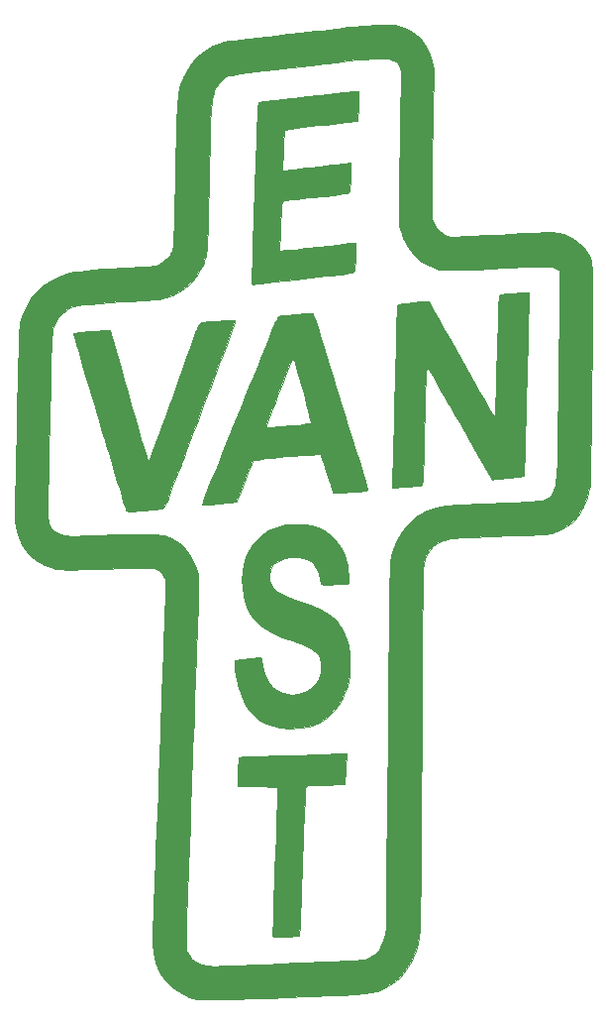
<source format=gto>
G04 #@! TF.GenerationSoftware,KiCad,Pcbnew,5.1.2*
G04 #@! TF.CreationDate,2019-08-23T20:26:15-07:00*
G04 #@! TF.ProjectId,east-van,65617374-2d76-4616-9e2e-6b696361645f,rev?*
G04 #@! TF.SameCoordinates,PX50f5190PY28b17b0*
G04 #@! TF.FileFunction,Legend,Top*
G04 #@! TF.FilePolarity,Positive*
%FSLAX46Y46*%
G04 Gerber Fmt 4.6, Leading zero omitted, Abs format (unit mm)*
G04 Created by KiCad (PCBNEW 5.1.2) date 2019-08-23 20:26:15*
%MOMM*%
%LPD*%
G04 APERTURE LIST*
%ADD10C,0.010000*%
G04 APERTURE END LIST*
D10*
G36*
X33037364Y-292779D02*
G01*
X33825475Y-500517D01*
X34522340Y-847523D01*
X35133299Y-1335820D01*
X35159104Y-1361394D01*
X35601453Y-1911722D01*
X35956394Y-2571988D01*
X36208518Y-3298865D01*
X36342420Y-4049029D01*
X36349152Y-4707852D01*
X36339979Y-4888213D01*
X36328393Y-5222090D01*
X36314764Y-5693687D01*
X36299460Y-6287209D01*
X36282853Y-6986860D01*
X36265311Y-7776846D01*
X36247206Y-8641370D01*
X36228907Y-9564639D01*
X36210784Y-10530856D01*
X36204187Y-10896667D01*
X36184444Y-12014866D01*
X36168120Y-12976738D01*
X36155323Y-13795256D01*
X36146158Y-14483394D01*
X36140732Y-15054125D01*
X36139153Y-15520423D01*
X36141526Y-15895261D01*
X36147960Y-16191614D01*
X36158560Y-16422454D01*
X36173434Y-16600755D01*
X36192687Y-16739490D01*
X36216428Y-16851634D01*
X36244763Y-16950159D01*
X36254250Y-16979226D01*
X36500233Y-17491091D01*
X36852137Y-17902415D01*
X37285278Y-18192737D01*
X37774978Y-18341595D01*
X37913529Y-18354870D01*
X38070304Y-18354145D01*
X38372448Y-18344744D01*
X38796276Y-18327705D01*
X39318102Y-18304066D01*
X39914242Y-18274866D01*
X40561010Y-18241143D01*
X40788667Y-18228808D01*
X41960099Y-18164702D01*
X42975613Y-18109772D01*
X43848393Y-18064314D01*
X44591620Y-18028625D01*
X45218477Y-18003003D01*
X45742148Y-17987745D01*
X46175814Y-17983147D01*
X46532659Y-17989507D01*
X46825865Y-18007121D01*
X47068615Y-18036288D01*
X47274091Y-18077304D01*
X47455476Y-18130465D01*
X47625953Y-18196070D01*
X47798705Y-18274414D01*
X47986914Y-18365796D01*
X48041048Y-18392234D01*
X48641353Y-18765336D01*
X49153835Y-19245206D01*
X49546813Y-19799008D01*
X49693073Y-20104449D01*
X49750200Y-20252972D01*
X49794989Y-20396125D01*
X49828948Y-20556130D01*
X49853582Y-20755209D01*
X49870397Y-21015585D01*
X49880899Y-21359480D01*
X49886593Y-21809116D01*
X49888985Y-22386716D01*
X49889551Y-23004000D01*
X49888672Y-23890738D01*
X49885608Y-24854579D01*
X49880535Y-25881848D01*
X49873633Y-26958868D01*
X49865078Y-28071963D01*
X49855049Y-29207457D01*
X49843724Y-30351674D01*
X49831281Y-31490937D01*
X49817897Y-32611570D01*
X49803751Y-33699897D01*
X49789019Y-34742243D01*
X49773882Y-35724929D01*
X49758515Y-36634282D01*
X49743097Y-37456623D01*
X49727807Y-38178278D01*
X49712821Y-38785570D01*
X49698318Y-39264822D01*
X49684476Y-39602358D01*
X49671473Y-39784503D01*
X49671233Y-39786388D01*
X49486188Y-40640984D01*
X49168564Y-41427003D01*
X48731756Y-42127571D01*
X48189163Y-42725812D01*
X47554180Y-43204851D01*
X46840205Y-43547813D01*
X46630667Y-43616362D01*
X46505181Y-43651536D01*
X46375242Y-43681878D01*
X46225454Y-43708347D01*
X46040427Y-43731904D01*
X45804765Y-43753507D01*
X45503077Y-43774115D01*
X45119970Y-43794690D01*
X44640050Y-43816189D01*
X44047925Y-43839573D01*
X43328201Y-43865801D01*
X42465486Y-43895833D01*
X41762333Y-43919834D01*
X40774667Y-43955053D01*
X39940553Y-43988999D01*
X39244231Y-44023175D01*
X38669941Y-44059082D01*
X38201925Y-44098223D01*
X37824423Y-44142100D01*
X37521676Y-44192213D01*
X37277925Y-44250066D01*
X37077410Y-44317161D01*
X36934590Y-44379935D01*
X36374271Y-44741425D01*
X35938716Y-45216901D01*
X35629673Y-45803984D01*
X35470937Y-46372000D01*
X35455418Y-46538502D01*
X35440231Y-46869190D01*
X35425452Y-47358920D01*
X35411155Y-48002545D01*
X35397416Y-48794918D01*
X35384308Y-49730893D01*
X35371907Y-50805326D01*
X35360288Y-52013068D01*
X35349524Y-53348975D01*
X35339691Y-54807900D01*
X35333875Y-55812333D01*
X35319560Y-58396552D01*
X35305674Y-60812441D01*
X35292208Y-63061005D01*
X35279154Y-65143247D01*
X35266504Y-67060172D01*
X35254250Y-68812782D01*
X35242383Y-70402081D01*
X35230896Y-71829074D01*
X35219780Y-73094763D01*
X35209026Y-74200153D01*
X35198627Y-75146247D01*
X35188575Y-75934049D01*
X35178861Y-76564563D01*
X35169478Y-77038791D01*
X35160416Y-77357739D01*
X35157400Y-77431139D01*
X35102177Y-78130586D01*
X34996535Y-78736915D01*
X34823264Y-79317786D01*
X34565155Y-79940855D01*
X34464817Y-80154000D01*
X34010397Y-80931051D01*
X33452416Y-81578640D01*
X32776685Y-82111137D01*
X32221524Y-82425315D01*
X32015859Y-82527983D01*
X31834256Y-82618186D01*
X31664876Y-82697155D01*
X31495876Y-82766121D01*
X31315416Y-82826313D01*
X31111654Y-82878963D01*
X30872749Y-82925299D01*
X30586861Y-82966554D01*
X30242148Y-83003956D01*
X29826768Y-83038737D01*
X29328882Y-83072126D01*
X28736648Y-83105354D01*
X28038224Y-83139652D01*
X27221770Y-83176250D01*
X26275444Y-83216378D01*
X25187406Y-83261266D01*
X23945815Y-83312144D01*
X23516667Y-83329788D01*
X22515784Y-83369254D01*
X21535526Y-83404574D01*
X20591477Y-83435406D01*
X19699222Y-83461411D01*
X18874342Y-83482248D01*
X18132424Y-83497577D01*
X17489049Y-83507059D01*
X16959803Y-83510352D01*
X16560268Y-83507117D01*
X16306030Y-83497014D01*
X16235333Y-83488721D01*
X16045651Y-83441495D01*
X15760306Y-83359767D01*
X15473333Y-83271364D01*
X14662531Y-82931053D01*
X13963801Y-82465229D01*
X13381130Y-81878729D01*
X12918503Y-81176388D01*
X12579905Y-80363044D01*
X12381059Y-79519000D01*
X12362325Y-79379765D01*
X12347117Y-79209679D01*
X12335671Y-79000862D01*
X12328221Y-78745436D01*
X12325001Y-78435523D01*
X12326248Y-78063245D01*
X12332196Y-77620722D01*
X12343078Y-77100077D01*
X12359131Y-76493431D01*
X12380590Y-75792906D01*
X12407688Y-74990623D01*
X12440660Y-74078704D01*
X12479743Y-73049270D01*
X12525169Y-71894443D01*
X12577175Y-70606345D01*
X12635994Y-69177097D01*
X12701863Y-67598820D01*
X12775015Y-65863637D01*
X12818872Y-64829333D01*
X12849325Y-64106752D01*
X12877268Y-63432907D01*
X12901914Y-62827621D01*
X12922474Y-62310715D01*
X12938161Y-61902010D01*
X12948188Y-61621330D01*
X12951768Y-61488494D01*
X12951754Y-61485000D01*
X12954131Y-61342691D01*
X12962277Y-61047767D01*
X12975596Y-60616826D01*
X12993495Y-60066468D01*
X13015378Y-59413289D01*
X13040649Y-58673890D01*
X13068716Y-57864869D01*
X13098981Y-57002824D01*
X13130852Y-56104353D01*
X13163732Y-55186056D01*
X13197028Y-54264531D01*
X13230144Y-53356376D01*
X13262485Y-52478190D01*
X13293457Y-51646572D01*
X13322465Y-50878119D01*
X13348913Y-50189432D01*
X13372208Y-49597108D01*
X13391754Y-49117745D01*
X13406957Y-48767943D01*
X13409241Y-48718861D01*
X13428968Y-48271576D01*
X13435693Y-47957550D01*
X13425230Y-47740940D01*
X13393395Y-47585901D01*
X13336002Y-47456590D01*
X13248866Y-47317163D01*
X13244871Y-47311122D01*
X13033014Y-47056519D01*
X12777605Y-46833085D01*
X12717621Y-46792833D01*
X12609230Y-46729049D01*
X12502589Y-46681986D01*
X12372650Y-46650001D01*
X12194366Y-46631453D01*
X11942687Y-46624700D01*
X11592566Y-46628099D01*
X11118955Y-46640011D01*
X10616421Y-46655114D01*
X9435504Y-46690967D01*
X8411158Y-46720927D01*
X7530730Y-46745040D01*
X6781561Y-46763349D01*
X6150996Y-46775898D01*
X5626378Y-46782731D01*
X5195051Y-46783892D01*
X4844357Y-46779424D01*
X4561642Y-46769371D01*
X4334248Y-46753777D01*
X4149519Y-46732686D01*
X3994798Y-46706142D01*
X3874000Y-46678455D01*
X3042471Y-46389317D01*
X2323199Y-45973567D01*
X1716628Y-45431556D01*
X1223203Y-44763633D01*
X1057726Y-44461513D01*
X841030Y-43993727D01*
X684358Y-43557717D01*
X580853Y-43113611D01*
X523658Y-42621540D01*
X505917Y-42041631D01*
X508041Y-41939969D01*
X3328945Y-41939969D01*
X3329021Y-42181000D01*
X3398881Y-42726454D01*
X3599148Y-43165586D01*
X3934852Y-43505105D01*
X4411024Y-43751719D01*
X4539994Y-43795706D01*
X4678577Y-43835916D01*
X4822035Y-43866907D01*
X4990257Y-43888948D01*
X5203134Y-43902305D01*
X5480558Y-43907245D01*
X5842417Y-43904036D01*
X6308603Y-43892946D01*
X6899006Y-43874241D01*
X7633517Y-43848189D01*
X7851354Y-43840215D01*
X8926795Y-43801766D01*
X9848421Y-43772063D01*
X10631568Y-43751997D01*
X11291571Y-43742458D01*
X11843766Y-43744337D01*
X12303490Y-43758524D01*
X12686078Y-43785910D01*
X13006866Y-43827384D01*
X13281189Y-43883837D01*
X13524384Y-43956159D01*
X13751786Y-44045241D01*
X13978732Y-44151974D01*
X14076333Y-44201624D01*
X14734041Y-44634824D01*
X15289856Y-45196547D01*
X15732901Y-45872523D01*
X16052302Y-46648482D01*
X16117655Y-46880000D01*
X16147303Y-47002294D01*
X16172347Y-47128003D01*
X16192635Y-47269245D01*
X16208013Y-47438141D01*
X16218328Y-47646808D01*
X16223428Y-47907365D01*
X16223160Y-48231933D01*
X16217369Y-48632629D01*
X16205904Y-49121573D01*
X16188610Y-49710883D01*
X16165336Y-50412679D01*
X16135928Y-51239080D01*
X16100233Y-52202204D01*
X16058098Y-53314171D01*
X16025696Y-54161333D01*
X16001597Y-54795259D01*
X15972220Y-55576583D01*
X15938370Y-56483480D01*
X15900853Y-57494122D01*
X15860473Y-58586685D01*
X15818035Y-59739343D01*
X15774345Y-60930269D01*
X15730208Y-62137637D01*
X15686428Y-63339622D01*
X15644671Y-64490667D01*
X15603210Y-65630906D01*
X15561376Y-66771784D01*
X15519869Y-67894769D01*
X15479389Y-68981327D01*
X15440635Y-70012926D01*
X15404308Y-70971033D01*
X15371106Y-71837115D01*
X15341731Y-72592640D01*
X15316883Y-73219076D01*
X15297260Y-73697888D01*
X15294562Y-73761667D01*
X15266290Y-74485762D01*
X15240359Y-75262208D01*
X15218101Y-76042151D01*
X15200847Y-76776741D01*
X15189928Y-77417125D01*
X15187154Y-77703405D01*
X15177000Y-79359143D01*
X15409674Y-79712182D01*
X15644045Y-80013335D01*
X15916573Y-80235753D01*
X16279037Y-80416450D01*
X16520835Y-80506412D01*
X16638604Y-80546265D01*
X16751812Y-80579523D01*
X16874760Y-80606151D01*
X17021749Y-80626114D01*
X17207080Y-80639379D01*
X17445056Y-80645911D01*
X17749978Y-80645677D01*
X18136146Y-80638642D01*
X18617864Y-80624772D01*
X19209431Y-80604034D01*
X19925150Y-80576392D01*
X20779322Y-80541814D01*
X21786249Y-80500264D01*
X21950333Y-80493470D01*
X23325388Y-80436576D01*
X24541441Y-80386236D01*
X25608674Y-80341856D01*
X26537269Y-80302845D01*
X27337407Y-80268608D01*
X28019270Y-80238553D01*
X28593037Y-80212086D01*
X29068892Y-80188615D01*
X29457015Y-80167547D01*
X29767588Y-80148288D01*
X30010791Y-80130246D01*
X30196807Y-80112827D01*
X30335816Y-80095439D01*
X30438001Y-80077488D01*
X30513541Y-80058381D01*
X30572620Y-80037525D01*
X30625417Y-80014328D01*
X30682114Y-79988195D01*
X30690756Y-79984352D01*
X31235289Y-79663192D01*
X31665819Y-79227167D01*
X31988605Y-78667935D01*
X32209907Y-77977155D01*
X32215410Y-77952667D01*
X32233390Y-77786918D01*
X32250172Y-77465125D01*
X32265504Y-77000575D01*
X32279130Y-76406554D01*
X32290797Y-75696351D01*
X32300251Y-74883250D01*
X32307237Y-73980540D01*
X32311502Y-73001506D01*
X32311731Y-72915000D01*
X32314736Y-71994011D01*
X32318991Y-71085283D01*
X32324310Y-70210183D01*
X32330509Y-69390075D01*
X32337402Y-68646325D01*
X32344804Y-68000299D01*
X32352529Y-67473362D01*
X32360392Y-67086879D01*
X32363155Y-66988333D01*
X32370754Y-66680691D01*
X32379273Y-66222016D01*
X32388489Y-65630604D01*
X32398177Y-64924750D01*
X32408114Y-64122753D01*
X32418077Y-63242907D01*
X32427840Y-62303509D01*
X32437181Y-61322856D01*
X32445875Y-60319243D01*
X32448090Y-60045667D01*
X32464288Y-58059346D01*
X32479888Y-56238811D01*
X32494935Y-54580516D01*
X32509477Y-53080913D01*
X32523558Y-51736457D01*
X32537226Y-50543601D01*
X32550527Y-49498798D01*
X32563506Y-48598503D01*
X32576211Y-47839169D01*
X32588687Y-47217249D01*
X32600980Y-46729197D01*
X32613137Y-46371467D01*
X32625204Y-46140512D01*
X32630076Y-46082242D01*
X32791580Y-45263689D01*
X33100398Y-44449049D01*
X33537704Y-43674974D01*
X34084673Y-42978118D01*
X34372710Y-42689148D01*
X35021513Y-42173081D01*
X35731209Y-41777689D01*
X36522537Y-41495479D01*
X37416233Y-41318955D01*
X38375667Y-41242434D01*
X38726904Y-41229703D01*
X39218202Y-41210721D01*
X39820450Y-41186673D01*
X40504539Y-41158742D01*
X41241360Y-41128115D01*
X42001801Y-41095976D01*
X42524333Y-41073569D01*
X43398813Y-41034872D01*
X44120750Y-40999001D01*
X44706814Y-40962484D01*
X45173679Y-40921850D01*
X45538016Y-40873628D01*
X45816498Y-40814344D01*
X46025797Y-40740529D01*
X46182584Y-40648711D01*
X46303534Y-40535417D01*
X46405316Y-40397177D01*
X46495377Y-40246701D01*
X46598280Y-40047480D01*
X46681718Y-39833068D01*
X46748211Y-39582636D01*
X46800278Y-39275355D01*
X46840435Y-38890393D01*
X46871204Y-38406923D01*
X46895101Y-37804113D01*
X46914645Y-37061134D01*
X46921809Y-36720000D01*
X46932076Y-36166871D01*
X46943490Y-35484201D01*
X46955820Y-34690729D01*
X46968838Y-33805193D01*
X46982315Y-32846333D01*
X46996021Y-31832888D01*
X47009726Y-30783596D01*
X47023203Y-29717197D01*
X47036220Y-28652430D01*
X47048549Y-27608034D01*
X47059962Y-26602748D01*
X47070227Y-25655310D01*
X47079117Y-24784461D01*
X47086401Y-24008939D01*
X47091851Y-23347482D01*
X47095237Y-22818831D01*
X47096333Y-22457201D01*
X47096333Y-21275403D01*
X46808646Y-21081368D01*
X46676852Y-21001362D01*
X46538210Y-20946994D01*
X46357857Y-20913479D01*
X46100929Y-20896032D01*
X45732562Y-20889870D01*
X45411646Y-20889661D01*
X44975085Y-20896468D01*
X44417179Y-20914045D01*
X43785434Y-20940393D01*
X43127358Y-20973513D01*
X42490456Y-21011406D01*
X42439667Y-21014727D01*
X41181607Y-21092643D01*
X40070182Y-21151033D01*
X39108902Y-21189817D01*
X38301278Y-21208918D01*
X37650824Y-21208257D01*
X37161049Y-21187756D01*
X36835466Y-21147334D01*
X36806197Y-21140808D01*
X35973337Y-20863552D01*
X35249169Y-20456520D01*
X34633542Y-19919570D01*
X34126306Y-19252560D01*
X33727309Y-18455349D01*
X33614373Y-18148992D01*
X33380333Y-17458333D01*
X33401220Y-14156333D01*
X33408805Y-13230493D01*
X33420285Y-12189481D01*
X33434888Y-11085940D01*
X33451845Y-9972512D01*
X33470385Y-8901840D01*
X33489736Y-7926568D01*
X33497618Y-7571202D01*
X33512802Y-6829810D01*
X33523537Y-6131655D01*
X33529772Y-5497183D01*
X33531458Y-4946841D01*
X33528547Y-4501076D01*
X33520987Y-4180336D01*
X33508731Y-4005068D01*
X33506273Y-3991635D01*
X33402384Y-3687176D01*
X33226162Y-3471412D01*
X32933320Y-3293590D01*
X32872333Y-3265108D01*
X32695335Y-3197291D01*
X32490087Y-3147023D01*
X32241523Y-3114962D01*
X31934577Y-3101762D01*
X31554183Y-3108079D01*
X31085274Y-3134569D01*
X30512784Y-3181888D01*
X29821647Y-3250690D01*
X28996796Y-3341633D01*
X28023165Y-3455370D01*
X27750000Y-3488012D01*
X27440492Y-3524364D01*
X26986005Y-3576680D01*
X26409871Y-3642323D01*
X25735420Y-3718658D01*
X24985982Y-3803048D01*
X24184888Y-3892857D01*
X23355469Y-3985450D01*
X22839333Y-4042866D01*
X21882913Y-4149438D01*
X21079428Y-4241009D01*
X20413517Y-4321283D01*
X19869816Y-4393965D01*
X19432965Y-4462757D01*
X19087602Y-4531363D01*
X18818364Y-4603489D01*
X18609889Y-4682836D01*
X18446815Y-4773110D01*
X18313782Y-4878013D01*
X18195426Y-5001251D01*
X18076385Y-5146526D01*
X18032936Y-5201713D01*
X17898902Y-5373343D01*
X17781523Y-5532845D01*
X17679434Y-5692313D01*
X17591268Y-5863839D01*
X17515661Y-6059516D01*
X17451248Y-6291437D01*
X17396662Y-6571694D01*
X17350539Y-6912381D01*
X17311514Y-7325590D01*
X17278222Y-7823413D01*
X17249296Y-8417945D01*
X17223372Y-9121276D01*
X17199084Y-9945501D01*
X17175068Y-10902712D01*
X17149957Y-12005001D01*
X17122387Y-13264462D01*
X17122325Y-13267333D01*
X17095563Y-14489424D01*
X17071460Y-15554896D01*
X17048979Y-16476424D01*
X17027078Y-17266683D01*
X17004720Y-17938347D01*
X16980864Y-18504092D01*
X16954471Y-18976590D01*
X16924502Y-19368518D01*
X16889918Y-19692549D01*
X16849679Y-19961359D01*
X16802746Y-20187621D01*
X16748079Y-20384010D01*
X16684640Y-20563201D01*
X16611389Y-20737869D01*
X16527287Y-20920687D01*
X16487896Y-21004181D01*
X16043094Y-21751605D01*
X15467491Y-22402554D01*
X14777752Y-22943782D01*
X13990544Y-23362043D01*
X13184986Y-23629204D01*
X12872703Y-23684628D01*
X12407114Y-23737259D01*
X11804238Y-23785717D01*
X11080096Y-23828621D01*
X10625791Y-23849782D01*
X9571147Y-23900385D01*
X8602377Y-23958396D01*
X7732783Y-24022565D01*
X6975669Y-24091640D01*
X6344337Y-24164371D01*
X5852091Y-24239507D01*
X5512234Y-24315796D01*
X5447529Y-24336715D01*
X5014319Y-24559169D01*
X4586005Y-24895205D01*
X4216545Y-25296333D01*
X3993629Y-25643212D01*
X3913092Y-25820558D01*
X3844914Y-26019213D01*
X3787756Y-26255130D01*
X3740279Y-26544262D01*
X3701141Y-26902562D01*
X3669004Y-27345983D01*
X3642527Y-27890478D01*
X3620372Y-28552000D01*
X3601197Y-29346502D01*
X3583664Y-30289936D01*
X3578887Y-30581667D01*
X3566321Y-31320163D01*
X3553012Y-32019207D01*
X3539472Y-32657396D01*
X3526216Y-33213330D01*
X3513754Y-33665605D01*
X3502600Y-33992821D01*
X3493266Y-34173574D01*
X3492711Y-34180000D01*
X3484227Y-34340152D01*
X3473470Y-34647880D01*
X3460884Y-35081449D01*
X3446915Y-35619124D01*
X3432006Y-36239170D01*
X3416604Y-36919852D01*
X3401151Y-37639434D01*
X3386094Y-38376182D01*
X3371876Y-39108360D01*
X3358942Y-39814232D01*
X3347738Y-40472065D01*
X3338707Y-41060122D01*
X3332294Y-41556668D01*
X3328945Y-41939969D01*
X508041Y-41939969D01*
X520613Y-41338337D01*
X532730Y-40998074D01*
X544528Y-40644290D01*
X556326Y-40263882D01*
X568443Y-39843744D01*
X581197Y-39370771D01*
X594907Y-38831860D01*
X609891Y-38213905D01*
X626467Y-37503801D01*
X644955Y-36688444D01*
X665672Y-35754730D01*
X688938Y-34689553D01*
X715070Y-33479809D01*
X740910Y-32275000D01*
X766934Y-31073663D01*
X790429Y-30029364D01*
X811936Y-29129831D01*
X831995Y-28362797D01*
X851148Y-27715992D01*
X869934Y-27177148D01*
X888894Y-26733995D01*
X908569Y-26374264D01*
X929499Y-26085686D01*
X952224Y-25855992D01*
X977285Y-25672914D01*
X1005223Y-25524181D01*
X1036578Y-25397526D01*
X1045232Y-25367127D01*
X1203856Y-24935357D01*
X1437778Y-24435913D01*
X1713851Y-23931173D01*
X1998929Y-23483515D01*
X2160558Y-23268208D01*
X2562952Y-22859867D01*
X3085748Y-22451789D01*
X3682281Y-22071839D01*
X4305885Y-21747885D01*
X4909894Y-21507793D01*
X5274030Y-21409036D01*
X5586091Y-21357632D01*
X6041860Y-21301356D01*
X6615856Y-21242335D01*
X7282598Y-21182691D01*
X8016604Y-21124548D01*
X8792395Y-21070031D01*
X9584488Y-21021264D01*
X10367403Y-20980370D01*
X10478000Y-20975249D01*
X11036231Y-20946451D01*
X11554732Y-20913359D01*
X12003303Y-20878402D01*
X12351741Y-20844004D01*
X12569845Y-20812592D01*
X12604183Y-20804452D01*
X13048471Y-20602074D01*
X13464819Y-20277899D01*
X13797002Y-19877086D01*
X13834060Y-19816627D01*
X13915027Y-19672418D01*
X13975971Y-19536300D01*
X14020850Y-19380567D01*
X14053620Y-19177508D01*
X14078237Y-18899416D01*
X14098657Y-18518580D01*
X14118838Y-18007293D01*
X14127735Y-17759890D01*
X14142882Y-17286637D01*
X14159792Y-16675778D01*
X14177731Y-15959022D01*
X14195966Y-15168078D01*
X14213766Y-14334656D01*
X14230397Y-13490465D01*
X14244282Y-12717000D01*
X14269094Y-11383013D01*
X14295609Y-10209801D01*
X14324242Y-9188809D01*
X14355409Y-8311485D01*
X14389526Y-7569273D01*
X14427009Y-6953621D01*
X14468272Y-6455975D01*
X14513733Y-6067780D01*
X14563807Y-5780483D01*
X14585822Y-5689667D01*
X14688840Y-5371879D01*
X14841613Y-4975907D01*
X15015827Y-4573827D01*
X15066547Y-4465894D01*
X15500035Y-3747033D01*
X16068365Y-3089791D01*
X16740928Y-2519736D01*
X17487114Y-2062439D01*
X18276315Y-1743468D01*
X18352000Y-1721406D01*
X18525802Y-1687052D01*
X18850177Y-1637586D01*
X19307254Y-1575220D01*
X19879161Y-1502165D01*
X20548027Y-1420632D01*
X21295980Y-1332833D01*
X22105149Y-1240979D01*
X22957663Y-1147281D01*
X23220333Y-1119021D01*
X24071996Y-1027565D01*
X24877417Y-940513D01*
X25619994Y-859697D01*
X26283123Y-786951D01*
X26850204Y-724108D01*
X27304635Y-673001D01*
X27629812Y-635464D01*
X27809134Y-613329D01*
X27834667Y-609505D01*
X28113795Y-568112D01*
X28524635Y-518824D01*
X29031277Y-464863D01*
X29597815Y-409447D01*
X30188341Y-355798D01*
X30766947Y-307135D01*
X31297727Y-266678D01*
X31744772Y-237647D01*
X32072176Y-223263D01*
X32152667Y-222286D01*
X33037364Y-292779D01*
X33037364Y-292779D01*
G37*
X33037364Y-292779D02*
X33825475Y-500517D01*
X34522340Y-847523D01*
X35133299Y-1335820D01*
X35159104Y-1361394D01*
X35601453Y-1911722D01*
X35956394Y-2571988D01*
X36208518Y-3298865D01*
X36342420Y-4049029D01*
X36349152Y-4707852D01*
X36339979Y-4888213D01*
X36328393Y-5222090D01*
X36314764Y-5693687D01*
X36299460Y-6287209D01*
X36282853Y-6986860D01*
X36265311Y-7776846D01*
X36247206Y-8641370D01*
X36228907Y-9564639D01*
X36210784Y-10530856D01*
X36204187Y-10896667D01*
X36184444Y-12014866D01*
X36168120Y-12976738D01*
X36155323Y-13795256D01*
X36146158Y-14483394D01*
X36140732Y-15054125D01*
X36139153Y-15520423D01*
X36141526Y-15895261D01*
X36147960Y-16191614D01*
X36158560Y-16422454D01*
X36173434Y-16600755D01*
X36192687Y-16739490D01*
X36216428Y-16851634D01*
X36244763Y-16950159D01*
X36254250Y-16979226D01*
X36500233Y-17491091D01*
X36852137Y-17902415D01*
X37285278Y-18192737D01*
X37774978Y-18341595D01*
X37913529Y-18354870D01*
X38070304Y-18354145D01*
X38372448Y-18344744D01*
X38796276Y-18327705D01*
X39318102Y-18304066D01*
X39914242Y-18274866D01*
X40561010Y-18241143D01*
X40788667Y-18228808D01*
X41960099Y-18164702D01*
X42975613Y-18109772D01*
X43848393Y-18064314D01*
X44591620Y-18028625D01*
X45218477Y-18003003D01*
X45742148Y-17987745D01*
X46175814Y-17983147D01*
X46532659Y-17989507D01*
X46825865Y-18007121D01*
X47068615Y-18036288D01*
X47274091Y-18077304D01*
X47455476Y-18130465D01*
X47625953Y-18196070D01*
X47798705Y-18274414D01*
X47986914Y-18365796D01*
X48041048Y-18392234D01*
X48641353Y-18765336D01*
X49153835Y-19245206D01*
X49546813Y-19799008D01*
X49693073Y-20104449D01*
X49750200Y-20252972D01*
X49794989Y-20396125D01*
X49828948Y-20556130D01*
X49853582Y-20755209D01*
X49870397Y-21015585D01*
X49880899Y-21359480D01*
X49886593Y-21809116D01*
X49888985Y-22386716D01*
X49889551Y-23004000D01*
X49888672Y-23890738D01*
X49885608Y-24854579D01*
X49880535Y-25881848D01*
X49873633Y-26958868D01*
X49865078Y-28071963D01*
X49855049Y-29207457D01*
X49843724Y-30351674D01*
X49831281Y-31490937D01*
X49817897Y-32611570D01*
X49803751Y-33699897D01*
X49789019Y-34742243D01*
X49773882Y-35724929D01*
X49758515Y-36634282D01*
X49743097Y-37456623D01*
X49727807Y-38178278D01*
X49712821Y-38785570D01*
X49698318Y-39264822D01*
X49684476Y-39602358D01*
X49671473Y-39784503D01*
X49671233Y-39786388D01*
X49486188Y-40640984D01*
X49168564Y-41427003D01*
X48731756Y-42127571D01*
X48189163Y-42725812D01*
X47554180Y-43204851D01*
X46840205Y-43547813D01*
X46630667Y-43616362D01*
X46505181Y-43651536D01*
X46375242Y-43681878D01*
X46225454Y-43708347D01*
X46040427Y-43731904D01*
X45804765Y-43753507D01*
X45503077Y-43774115D01*
X45119970Y-43794690D01*
X44640050Y-43816189D01*
X44047925Y-43839573D01*
X43328201Y-43865801D01*
X42465486Y-43895833D01*
X41762333Y-43919834D01*
X40774667Y-43955053D01*
X39940553Y-43988999D01*
X39244231Y-44023175D01*
X38669941Y-44059082D01*
X38201925Y-44098223D01*
X37824423Y-44142100D01*
X37521676Y-44192213D01*
X37277925Y-44250066D01*
X37077410Y-44317161D01*
X36934590Y-44379935D01*
X36374271Y-44741425D01*
X35938716Y-45216901D01*
X35629673Y-45803984D01*
X35470937Y-46372000D01*
X35455418Y-46538502D01*
X35440231Y-46869190D01*
X35425452Y-47358920D01*
X35411155Y-48002545D01*
X35397416Y-48794918D01*
X35384308Y-49730893D01*
X35371907Y-50805326D01*
X35360288Y-52013068D01*
X35349524Y-53348975D01*
X35339691Y-54807900D01*
X35333875Y-55812333D01*
X35319560Y-58396552D01*
X35305674Y-60812441D01*
X35292208Y-63061005D01*
X35279154Y-65143247D01*
X35266504Y-67060172D01*
X35254250Y-68812782D01*
X35242383Y-70402081D01*
X35230896Y-71829074D01*
X35219780Y-73094763D01*
X35209026Y-74200153D01*
X35198627Y-75146247D01*
X35188575Y-75934049D01*
X35178861Y-76564563D01*
X35169478Y-77038791D01*
X35160416Y-77357739D01*
X35157400Y-77431139D01*
X35102177Y-78130586D01*
X34996535Y-78736915D01*
X34823264Y-79317786D01*
X34565155Y-79940855D01*
X34464817Y-80154000D01*
X34010397Y-80931051D01*
X33452416Y-81578640D01*
X32776685Y-82111137D01*
X32221524Y-82425315D01*
X32015859Y-82527983D01*
X31834256Y-82618186D01*
X31664876Y-82697155D01*
X31495876Y-82766121D01*
X31315416Y-82826313D01*
X31111654Y-82878963D01*
X30872749Y-82925299D01*
X30586861Y-82966554D01*
X30242148Y-83003956D01*
X29826768Y-83038737D01*
X29328882Y-83072126D01*
X28736648Y-83105354D01*
X28038224Y-83139652D01*
X27221770Y-83176250D01*
X26275444Y-83216378D01*
X25187406Y-83261266D01*
X23945815Y-83312144D01*
X23516667Y-83329788D01*
X22515784Y-83369254D01*
X21535526Y-83404574D01*
X20591477Y-83435406D01*
X19699222Y-83461411D01*
X18874342Y-83482248D01*
X18132424Y-83497577D01*
X17489049Y-83507059D01*
X16959803Y-83510352D01*
X16560268Y-83507117D01*
X16306030Y-83497014D01*
X16235333Y-83488721D01*
X16045651Y-83441495D01*
X15760306Y-83359767D01*
X15473333Y-83271364D01*
X14662531Y-82931053D01*
X13963801Y-82465229D01*
X13381130Y-81878729D01*
X12918503Y-81176388D01*
X12579905Y-80363044D01*
X12381059Y-79519000D01*
X12362325Y-79379765D01*
X12347117Y-79209679D01*
X12335671Y-79000862D01*
X12328221Y-78745436D01*
X12325001Y-78435523D01*
X12326248Y-78063245D01*
X12332196Y-77620722D01*
X12343078Y-77100077D01*
X12359131Y-76493431D01*
X12380590Y-75792906D01*
X12407688Y-74990623D01*
X12440660Y-74078704D01*
X12479743Y-73049270D01*
X12525169Y-71894443D01*
X12577175Y-70606345D01*
X12635994Y-69177097D01*
X12701863Y-67598820D01*
X12775015Y-65863637D01*
X12818872Y-64829333D01*
X12849325Y-64106752D01*
X12877268Y-63432907D01*
X12901914Y-62827621D01*
X12922474Y-62310715D01*
X12938161Y-61902010D01*
X12948188Y-61621330D01*
X12951768Y-61488494D01*
X12951754Y-61485000D01*
X12954131Y-61342691D01*
X12962277Y-61047767D01*
X12975596Y-60616826D01*
X12993495Y-60066468D01*
X13015378Y-59413289D01*
X13040649Y-58673890D01*
X13068716Y-57864869D01*
X13098981Y-57002824D01*
X13130852Y-56104353D01*
X13163732Y-55186056D01*
X13197028Y-54264531D01*
X13230144Y-53356376D01*
X13262485Y-52478190D01*
X13293457Y-51646572D01*
X13322465Y-50878119D01*
X13348913Y-50189432D01*
X13372208Y-49597108D01*
X13391754Y-49117745D01*
X13406957Y-48767943D01*
X13409241Y-48718861D01*
X13428968Y-48271576D01*
X13435693Y-47957550D01*
X13425230Y-47740940D01*
X13393395Y-47585901D01*
X13336002Y-47456590D01*
X13248866Y-47317163D01*
X13244871Y-47311122D01*
X13033014Y-47056519D01*
X12777605Y-46833085D01*
X12717621Y-46792833D01*
X12609230Y-46729049D01*
X12502589Y-46681986D01*
X12372650Y-46650001D01*
X12194366Y-46631453D01*
X11942687Y-46624700D01*
X11592566Y-46628099D01*
X11118955Y-46640011D01*
X10616421Y-46655114D01*
X9435504Y-46690967D01*
X8411158Y-46720927D01*
X7530730Y-46745040D01*
X6781561Y-46763349D01*
X6150996Y-46775898D01*
X5626378Y-46782731D01*
X5195051Y-46783892D01*
X4844357Y-46779424D01*
X4561642Y-46769371D01*
X4334248Y-46753777D01*
X4149519Y-46732686D01*
X3994798Y-46706142D01*
X3874000Y-46678455D01*
X3042471Y-46389317D01*
X2323199Y-45973567D01*
X1716628Y-45431556D01*
X1223203Y-44763633D01*
X1057726Y-44461513D01*
X841030Y-43993727D01*
X684358Y-43557717D01*
X580853Y-43113611D01*
X523658Y-42621540D01*
X505917Y-42041631D01*
X508041Y-41939969D01*
X3328945Y-41939969D01*
X3329021Y-42181000D01*
X3398881Y-42726454D01*
X3599148Y-43165586D01*
X3934852Y-43505105D01*
X4411024Y-43751719D01*
X4539994Y-43795706D01*
X4678577Y-43835916D01*
X4822035Y-43866907D01*
X4990257Y-43888948D01*
X5203134Y-43902305D01*
X5480558Y-43907245D01*
X5842417Y-43904036D01*
X6308603Y-43892946D01*
X6899006Y-43874241D01*
X7633517Y-43848189D01*
X7851354Y-43840215D01*
X8926795Y-43801766D01*
X9848421Y-43772063D01*
X10631568Y-43751997D01*
X11291571Y-43742458D01*
X11843766Y-43744337D01*
X12303490Y-43758524D01*
X12686078Y-43785910D01*
X13006866Y-43827384D01*
X13281189Y-43883837D01*
X13524384Y-43956159D01*
X13751786Y-44045241D01*
X13978732Y-44151974D01*
X14076333Y-44201624D01*
X14734041Y-44634824D01*
X15289856Y-45196547D01*
X15732901Y-45872523D01*
X16052302Y-46648482D01*
X16117655Y-46880000D01*
X16147303Y-47002294D01*
X16172347Y-47128003D01*
X16192635Y-47269245D01*
X16208013Y-47438141D01*
X16218328Y-47646808D01*
X16223428Y-47907365D01*
X16223160Y-48231933D01*
X16217369Y-48632629D01*
X16205904Y-49121573D01*
X16188610Y-49710883D01*
X16165336Y-50412679D01*
X16135928Y-51239080D01*
X16100233Y-52202204D01*
X16058098Y-53314171D01*
X16025696Y-54161333D01*
X16001597Y-54795259D01*
X15972220Y-55576583D01*
X15938370Y-56483480D01*
X15900853Y-57494122D01*
X15860473Y-58586685D01*
X15818035Y-59739343D01*
X15774345Y-60930269D01*
X15730208Y-62137637D01*
X15686428Y-63339622D01*
X15644671Y-64490667D01*
X15603210Y-65630906D01*
X15561376Y-66771784D01*
X15519869Y-67894769D01*
X15479389Y-68981327D01*
X15440635Y-70012926D01*
X15404308Y-70971033D01*
X15371106Y-71837115D01*
X15341731Y-72592640D01*
X15316883Y-73219076D01*
X15297260Y-73697888D01*
X15294562Y-73761667D01*
X15266290Y-74485762D01*
X15240359Y-75262208D01*
X15218101Y-76042151D01*
X15200847Y-76776741D01*
X15189928Y-77417125D01*
X15187154Y-77703405D01*
X15177000Y-79359143D01*
X15409674Y-79712182D01*
X15644045Y-80013335D01*
X15916573Y-80235753D01*
X16279037Y-80416450D01*
X16520835Y-80506412D01*
X16638604Y-80546265D01*
X16751812Y-80579523D01*
X16874760Y-80606151D01*
X17021749Y-80626114D01*
X17207080Y-80639379D01*
X17445056Y-80645911D01*
X17749978Y-80645677D01*
X18136146Y-80638642D01*
X18617864Y-80624772D01*
X19209431Y-80604034D01*
X19925150Y-80576392D01*
X20779322Y-80541814D01*
X21786249Y-80500264D01*
X21950333Y-80493470D01*
X23325388Y-80436576D01*
X24541441Y-80386236D01*
X25608674Y-80341856D01*
X26537269Y-80302845D01*
X27337407Y-80268608D01*
X28019270Y-80238553D01*
X28593037Y-80212086D01*
X29068892Y-80188615D01*
X29457015Y-80167547D01*
X29767588Y-80148288D01*
X30010791Y-80130246D01*
X30196807Y-80112827D01*
X30335816Y-80095439D01*
X30438001Y-80077488D01*
X30513541Y-80058381D01*
X30572620Y-80037525D01*
X30625417Y-80014328D01*
X30682114Y-79988195D01*
X30690756Y-79984352D01*
X31235289Y-79663192D01*
X31665819Y-79227167D01*
X31988605Y-78667935D01*
X32209907Y-77977155D01*
X32215410Y-77952667D01*
X32233390Y-77786918D01*
X32250172Y-77465125D01*
X32265504Y-77000575D01*
X32279130Y-76406554D01*
X32290797Y-75696351D01*
X32300251Y-74883250D01*
X32307237Y-73980540D01*
X32311502Y-73001506D01*
X32311731Y-72915000D01*
X32314736Y-71994011D01*
X32318991Y-71085283D01*
X32324310Y-70210183D01*
X32330509Y-69390075D01*
X32337402Y-68646325D01*
X32344804Y-68000299D01*
X32352529Y-67473362D01*
X32360392Y-67086879D01*
X32363155Y-66988333D01*
X32370754Y-66680691D01*
X32379273Y-66222016D01*
X32388489Y-65630604D01*
X32398177Y-64924750D01*
X32408114Y-64122753D01*
X32418077Y-63242907D01*
X32427840Y-62303509D01*
X32437181Y-61322856D01*
X32445875Y-60319243D01*
X32448090Y-60045667D01*
X32464288Y-58059346D01*
X32479888Y-56238811D01*
X32494935Y-54580516D01*
X32509477Y-53080913D01*
X32523558Y-51736457D01*
X32537226Y-50543601D01*
X32550527Y-49498798D01*
X32563506Y-48598503D01*
X32576211Y-47839169D01*
X32588687Y-47217249D01*
X32600980Y-46729197D01*
X32613137Y-46371467D01*
X32625204Y-46140512D01*
X32630076Y-46082242D01*
X32791580Y-45263689D01*
X33100398Y-44449049D01*
X33537704Y-43674974D01*
X34084673Y-42978118D01*
X34372710Y-42689148D01*
X35021513Y-42173081D01*
X35731209Y-41777689D01*
X36522537Y-41495479D01*
X37416233Y-41318955D01*
X38375667Y-41242434D01*
X38726904Y-41229703D01*
X39218202Y-41210721D01*
X39820450Y-41186673D01*
X40504539Y-41158742D01*
X41241360Y-41128115D01*
X42001801Y-41095976D01*
X42524333Y-41073569D01*
X43398813Y-41034872D01*
X44120750Y-40999001D01*
X44706814Y-40962484D01*
X45173679Y-40921850D01*
X45538016Y-40873628D01*
X45816498Y-40814344D01*
X46025797Y-40740529D01*
X46182584Y-40648711D01*
X46303534Y-40535417D01*
X46405316Y-40397177D01*
X46495377Y-40246701D01*
X46598280Y-40047480D01*
X46681718Y-39833068D01*
X46748211Y-39582636D01*
X46800278Y-39275355D01*
X46840435Y-38890393D01*
X46871204Y-38406923D01*
X46895101Y-37804113D01*
X46914645Y-37061134D01*
X46921809Y-36720000D01*
X46932076Y-36166871D01*
X46943490Y-35484201D01*
X46955820Y-34690729D01*
X46968838Y-33805193D01*
X46982315Y-32846333D01*
X46996021Y-31832888D01*
X47009726Y-30783596D01*
X47023203Y-29717197D01*
X47036220Y-28652430D01*
X47048549Y-27608034D01*
X47059962Y-26602748D01*
X47070227Y-25655310D01*
X47079117Y-24784461D01*
X47086401Y-24008939D01*
X47091851Y-23347482D01*
X47095237Y-22818831D01*
X47096333Y-22457201D01*
X47096333Y-21275403D01*
X46808646Y-21081368D01*
X46676852Y-21001362D01*
X46538210Y-20946994D01*
X46357857Y-20913479D01*
X46100929Y-20896032D01*
X45732562Y-20889870D01*
X45411646Y-20889661D01*
X44975085Y-20896468D01*
X44417179Y-20914045D01*
X43785434Y-20940393D01*
X43127358Y-20973513D01*
X42490456Y-21011406D01*
X42439667Y-21014727D01*
X41181607Y-21092643D01*
X40070182Y-21151033D01*
X39108902Y-21189817D01*
X38301278Y-21208918D01*
X37650824Y-21208257D01*
X37161049Y-21187756D01*
X36835466Y-21147334D01*
X36806197Y-21140808D01*
X35973337Y-20863552D01*
X35249169Y-20456520D01*
X34633542Y-19919570D01*
X34126306Y-19252560D01*
X33727309Y-18455349D01*
X33614373Y-18148992D01*
X33380333Y-17458333D01*
X33401220Y-14156333D01*
X33408805Y-13230493D01*
X33420285Y-12189481D01*
X33434888Y-11085940D01*
X33451845Y-9972512D01*
X33470385Y-8901840D01*
X33489736Y-7926568D01*
X33497618Y-7571202D01*
X33512802Y-6829810D01*
X33523537Y-6131655D01*
X33529772Y-5497183D01*
X33531458Y-4946841D01*
X33528547Y-4501076D01*
X33520987Y-4180336D01*
X33508731Y-4005068D01*
X33506273Y-3991635D01*
X33402384Y-3687176D01*
X33226162Y-3471412D01*
X32933320Y-3293590D01*
X32872333Y-3265108D01*
X32695335Y-3197291D01*
X32490087Y-3147023D01*
X32241523Y-3114962D01*
X31934577Y-3101762D01*
X31554183Y-3108079D01*
X31085274Y-3134569D01*
X30512784Y-3181888D01*
X29821647Y-3250690D01*
X28996796Y-3341633D01*
X28023165Y-3455370D01*
X27750000Y-3488012D01*
X27440492Y-3524364D01*
X26986005Y-3576680D01*
X26409871Y-3642323D01*
X25735420Y-3718658D01*
X24985982Y-3803048D01*
X24184888Y-3892857D01*
X23355469Y-3985450D01*
X22839333Y-4042866D01*
X21882913Y-4149438D01*
X21079428Y-4241009D01*
X20413517Y-4321283D01*
X19869816Y-4393965D01*
X19432965Y-4462757D01*
X19087602Y-4531363D01*
X18818364Y-4603489D01*
X18609889Y-4682836D01*
X18446815Y-4773110D01*
X18313782Y-4878013D01*
X18195426Y-5001251D01*
X18076385Y-5146526D01*
X18032936Y-5201713D01*
X17898902Y-5373343D01*
X17781523Y-5532845D01*
X17679434Y-5692313D01*
X17591268Y-5863839D01*
X17515661Y-6059516D01*
X17451248Y-6291437D01*
X17396662Y-6571694D01*
X17350539Y-6912381D01*
X17311514Y-7325590D01*
X17278222Y-7823413D01*
X17249296Y-8417945D01*
X17223372Y-9121276D01*
X17199084Y-9945501D01*
X17175068Y-10902712D01*
X17149957Y-12005001D01*
X17122387Y-13264462D01*
X17122325Y-13267333D01*
X17095563Y-14489424D01*
X17071460Y-15554896D01*
X17048979Y-16476424D01*
X17027078Y-17266683D01*
X17004720Y-17938347D01*
X16980864Y-18504092D01*
X16954471Y-18976590D01*
X16924502Y-19368518D01*
X16889918Y-19692549D01*
X16849679Y-19961359D01*
X16802746Y-20187621D01*
X16748079Y-20384010D01*
X16684640Y-20563201D01*
X16611389Y-20737869D01*
X16527287Y-20920687D01*
X16487896Y-21004181D01*
X16043094Y-21751605D01*
X15467491Y-22402554D01*
X14777752Y-22943782D01*
X13990544Y-23362043D01*
X13184986Y-23629204D01*
X12872703Y-23684628D01*
X12407114Y-23737259D01*
X11804238Y-23785717D01*
X11080096Y-23828621D01*
X10625791Y-23849782D01*
X9571147Y-23900385D01*
X8602377Y-23958396D01*
X7732783Y-24022565D01*
X6975669Y-24091640D01*
X6344337Y-24164371D01*
X5852091Y-24239507D01*
X5512234Y-24315796D01*
X5447529Y-24336715D01*
X5014319Y-24559169D01*
X4586005Y-24895205D01*
X4216545Y-25296333D01*
X3993629Y-25643212D01*
X3913092Y-25820558D01*
X3844914Y-26019213D01*
X3787756Y-26255130D01*
X3740279Y-26544262D01*
X3701141Y-26902562D01*
X3669004Y-27345983D01*
X3642527Y-27890478D01*
X3620372Y-28552000D01*
X3601197Y-29346502D01*
X3583664Y-30289936D01*
X3578887Y-30581667D01*
X3566321Y-31320163D01*
X3553012Y-32019207D01*
X3539472Y-32657396D01*
X3526216Y-33213330D01*
X3513754Y-33665605D01*
X3502600Y-33992821D01*
X3493266Y-34173574D01*
X3492711Y-34180000D01*
X3484227Y-34340152D01*
X3473470Y-34647880D01*
X3460884Y-35081449D01*
X3446915Y-35619124D01*
X3432006Y-36239170D01*
X3416604Y-36919852D01*
X3401151Y-37639434D01*
X3386094Y-38376182D01*
X3371876Y-39108360D01*
X3358942Y-39814232D01*
X3347738Y-40472065D01*
X3338707Y-41060122D01*
X3332294Y-41556668D01*
X3328945Y-41939969D01*
X508041Y-41939969D01*
X520613Y-41338337D01*
X532730Y-40998074D01*
X544528Y-40644290D01*
X556326Y-40263882D01*
X568443Y-39843744D01*
X581197Y-39370771D01*
X594907Y-38831860D01*
X609891Y-38213905D01*
X626467Y-37503801D01*
X644955Y-36688444D01*
X665672Y-35754730D01*
X688938Y-34689553D01*
X715070Y-33479809D01*
X740910Y-32275000D01*
X766934Y-31073663D01*
X790429Y-30029364D01*
X811936Y-29129831D01*
X831995Y-28362797D01*
X851148Y-27715992D01*
X869934Y-27177148D01*
X888894Y-26733995D01*
X908569Y-26374264D01*
X929499Y-26085686D01*
X952224Y-25855992D01*
X977285Y-25672914D01*
X1005223Y-25524181D01*
X1036578Y-25397526D01*
X1045232Y-25367127D01*
X1203856Y-24935357D01*
X1437778Y-24435913D01*
X1713851Y-23931173D01*
X1998929Y-23483515D01*
X2160558Y-23268208D01*
X2562952Y-22859867D01*
X3085748Y-22451789D01*
X3682281Y-22071839D01*
X4305885Y-21747885D01*
X4909894Y-21507793D01*
X5274030Y-21409036D01*
X5586091Y-21357632D01*
X6041860Y-21301356D01*
X6615856Y-21242335D01*
X7282598Y-21182691D01*
X8016604Y-21124548D01*
X8792395Y-21070031D01*
X9584488Y-21021264D01*
X10367403Y-20980370D01*
X10478000Y-20975249D01*
X11036231Y-20946451D01*
X11554732Y-20913359D01*
X12003303Y-20878402D01*
X12351741Y-20844004D01*
X12569845Y-20812592D01*
X12604183Y-20804452D01*
X13048471Y-20602074D01*
X13464819Y-20277899D01*
X13797002Y-19877086D01*
X13834060Y-19816627D01*
X13915027Y-19672418D01*
X13975971Y-19536300D01*
X14020850Y-19380567D01*
X14053620Y-19177508D01*
X14078237Y-18899416D01*
X14098657Y-18518580D01*
X14118838Y-18007293D01*
X14127735Y-17759890D01*
X14142882Y-17286637D01*
X14159792Y-16675778D01*
X14177731Y-15959022D01*
X14195966Y-15168078D01*
X14213766Y-14334656D01*
X14230397Y-13490465D01*
X14244282Y-12717000D01*
X14269094Y-11383013D01*
X14295609Y-10209801D01*
X14324242Y-9188809D01*
X14355409Y-8311485D01*
X14389526Y-7569273D01*
X14427009Y-6953621D01*
X14468272Y-6455975D01*
X14513733Y-6067780D01*
X14563807Y-5780483D01*
X14585822Y-5689667D01*
X14688840Y-5371879D01*
X14841613Y-4975907D01*
X15015827Y-4573827D01*
X15066547Y-4465894D01*
X15500035Y-3747033D01*
X16068365Y-3089791D01*
X16740928Y-2519736D01*
X17487114Y-2062439D01*
X18276315Y-1743468D01*
X18352000Y-1721406D01*
X18525802Y-1687052D01*
X18850177Y-1637586D01*
X19307254Y-1575220D01*
X19879161Y-1502165D01*
X20548027Y-1420632D01*
X21295980Y-1332833D01*
X22105149Y-1240979D01*
X22957663Y-1147281D01*
X23220333Y-1119021D01*
X24071996Y-1027565D01*
X24877417Y-940513D01*
X25619994Y-859697D01*
X26283123Y-786951D01*
X26850204Y-724108D01*
X27304635Y-673001D01*
X27629812Y-635464D01*
X27809134Y-613329D01*
X27834667Y-609505D01*
X28113795Y-568112D01*
X28524635Y-518824D01*
X29031277Y-464863D01*
X29597815Y-409447D01*
X30188341Y-355798D01*
X30766947Y-307135D01*
X31297727Y-266678D01*
X31744772Y-237647D01*
X32072176Y-223263D01*
X32152667Y-222286D01*
X33037364Y-292779D01*
G36*
X28810287Y-63779330D02*
G01*
X28786930Y-64222298D01*
X28764032Y-64601021D01*
X28743648Y-64885320D01*
X28727833Y-65045018D01*
X28722501Y-65068519D01*
X28661221Y-65098792D01*
X28528070Y-65121810D01*
X28303330Y-65138590D01*
X27967286Y-65150151D01*
X27500222Y-65157513D01*
X26922404Y-65161522D01*
X26393074Y-65164581D01*
X26008391Y-65170468D01*
X25743669Y-65182354D01*
X25574221Y-65203410D01*
X25475361Y-65236806D01*
X25422403Y-65285712D01*
X25390660Y-65353300D01*
X25388712Y-65358500D01*
X25373296Y-65474839D01*
X25353053Y-65745464D01*
X25328687Y-66155418D01*
X25300900Y-66689744D01*
X25270396Y-67333485D01*
X25237879Y-68071684D01*
X25204051Y-68889384D01*
X25169618Y-69771628D01*
X25135281Y-70703460D01*
X25128892Y-70883000D01*
X25094352Y-71848960D01*
X25060056Y-72788751D01*
X25026696Y-73684589D01*
X24994966Y-74518689D01*
X24965559Y-75273265D01*
X24939170Y-75930535D01*
X24916491Y-76472712D01*
X24898216Y-76882012D01*
X24885039Y-77140650D01*
X24884584Y-77148333D01*
X24829000Y-78079667D01*
X23706992Y-78122000D01*
X23204966Y-78134663D01*
X22843394Y-78129977D01*
X22632363Y-78108319D01*
X22578735Y-78079667D01*
X22576534Y-77918290D01*
X22581279Y-77592081D01*
X22592824Y-77105389D01*
X22611027Y-76462568D01*
X22635742Y-75667967D01*
X22666825Y-74725939D01*
X22704132Y-73640835D01*
X22747519Y-72417007D01*
X22796842Y-71058806D01*
X22851956Y-69570584D01*
X22912718Y-67956692D01*
X22925082Y-67631111D01*
X22946423Y-67033609D01*
X22963066Y-66493570D01*
X22974533Y-66033509D01*
X22980343Y-65675937D01*
X22980018Y-65443367D01*
X22973463Y-65358574D01*
X22881430Y-65346686D01*
X22646336Y-65335028D01*
X22294452Y-65324370D01*
X21852049Y-65315483D01*
X21345400Y-65309140D01*
X21266414Y-65308463D01*
X19596014Y-65295000D01*
X19614991Y-64068404D01*
X19624436Y-63630313D01*
X19637569Y-63255512D01*
X19652908Y-62975134D01*
X19668970Y-62820313D01*
X19675357Y-62800421D01*
X19774530Y-62783971D01*
X20038702Y-62765191D01*
X20463556Y-62744227D01*
X21044775Y-62721224D01*
X21778043Y-62696329D01*
X22659042Y-62669689D01*
X23683458Y-62641449D01*
X24846972Y-62611757D01*
X26145269Y-62580759D01*
X26173377Y-62580108D01*
X28872421Y-62517660D01*
X28810287Y-63779330D01*
X28810287Y-63779330D01*
G37*
X28810287Y-63779330D02*
X28786930Y-64222298D01*
X28764032Y-64601021D01*
X28743648Y-64885320D01*
X28727833Y-65045018D01*
X28722501Y-65068519D01*
X28661221Y-65098792D01*
X28528070Y-65121810D01*
X28303330Y-65138590D01*
X27967286Y-65150151D01*
X27500222Y-65157513D01*
X26922404Y-65161522D01*
X26393074Y-65164581D01*
X26008391Y-65170468D01*
X25743669Y-65182354D01*
X25574221Y-65203410D01*
X25475361Y-65236806D01*
X25422403Y-65285712D01*
X25390660Y-65353300D01*
X25388712Y-65358500D01*
X25373296Y-65474839D01*
X25353053Y-65745464D01*
X25328687Y-66155418D01*
X25300900Y-66689744D01*
X25270396Y-67333485D01*
X25237879Y-68071684D01*
X25204051Y-68889384D01*
X25169618Y-69771628D01*
X25135281Y-70703460D01*
X25128892Y-70883000D01*
X25094352Y-71848960D01*
X25060056Y-72788751D01*
X25026696Y-73684589D01*
X24994966Y-74518689D01*
X24965559Y-75273265D01*
X24939170Y-75930535D01*
X24916491Y-76472712D01*
X24898216Y-76882012D01*
X24885039Y-77140650D01*
X24884584Y-77148333D01*
X24829000Y-78079667D01*
X23706992Y-78122000D01*
X23204966Y-78134663D01*
X22843394Y-78129977D01*
X22632363Y-78108319D01*
X22578735Y-78079667D01*
X22576534Y-77918290D01*
X22581279Y-77592081D01*
X22592824Y-77105389D01*
X22611027Y-76462568D01*
X22635742Y-75667967D01*
X22666825Y-74725939D01*
X22704132Y-73640835D01*
X22747519Y-72417007D01*
X22796842Y-71058806D01*
X22851956Y-69570584D01*
X22912718Y-67956692D01*
X22925082Y-67631111D01*
X22946423Y-67033609D01*
X22963066Y-66493570D01*
X22974533Y-66033509D01*
X22980343Y-65675937D01*
X22980018Y-65443367D01*
X22973463Y-65358574D01*
X22881430Y-65346686D01*
X22646336Y-65335028D01*
X22294452Y-65324370D01*
X21852049Y-65315483D01*
X21345400Y-65309140D01*
X21266414Y-65308463D01*
X19596014Y-65295000D01*
X19614991Y-64068404D01*
X19624436Y-63630313D01*
X19637569Y-63255512D01*
X19652908Y-62975134D01*
X19668970Y-62820313D01*
X19675357Y-62800421D01*
X19774530Y-62783971D01*
X20038702Y-62765191D01*
X20463556Y-62744227D01*
X21044775Y-62721224D01*
X21778043Y-62696329D01*
X22659042Y-62669689D01*
X23683458Y-62641449D01*
X24846972Y-62611757D01*
X26145269Y-62580759D01*
X26173377Y-62580108D01*
X28872421Y-62517660D01*
X28810287Y-63779330D01*
G36*
X25096871Y-42945892D02*
G01*
X25452417Y-42958579D01*
X25729272Y-42987236D01*
X25972739Y-43037997D01*
X26228117Y-43116999D01*
X26426473Y-43188060D01*
X27109112Y-43527459D01*
X27708175Y-44006187D01*
X28211947Y-44610249D01*
X28608716Y-45325647D01*
X28883048Y-46123632D01*
X28963510Y-46496987D01*
X29025419Y-46892471D01*
X29065695Y-47272017D01*
X29081256Y-47597556D01*
X29069023Y-47831020D01*
X29029421Y-47932510D01*
X28896303Y-47967969D01*
X28641573Y-48000109D01*
X28304522Y-48027365D01*
X27924443Y-48048171D01*
X27540629Y-48060962D01*
X27192372Y-48064173D01*
X26918964Y-48056240D01*
X26759698Y-48035595D01*
X26737061Y-48023828D01*
X26683064Y-47892931D01*
X26627710Y-47663812D01*
X26609017Y-47557333D01*
X26492949Y-47094565D01*
X26304893Y-46654621D01*
X26071306Y-46290341D01*
X25876395Y-46094144D01*
X25426038Y-45853838D01*
X24858414Y-45725343D01*
X24185786Y-45711399D01*
X24169405Y-45712433D01*
X23541684Y-45813202D01*
X23036488Y-46023513D01*
X22658512Y-46339144D01*
X22412451Y-46755873D01*
X22302998Y-47269479D01*
X22297708Y-47395700D01*
X22324076Y-47743835D01*
X22423131Y-48050654D01*
X22608985Y-48327314D01*
X22895748Y-48584976D01*
X23297530Y-48834800D01*
X23828440Y-49087945D01*
X24502590Y-49355572D01*
X25002641Y-49535047D01*
X25760255Y-49809918D01*
X26377552Y-50060740D01*
X26879340Y-50300996D01*
X27290424Y-50544167D01*
X27635611Y-50803736D01*
X27939706Y-51093183D01*
X28010300Y-51169669D01*
X28306393Y-51529848D01*
X28540590Y-51899718D01*
X28744579Y-52335742D01*
X28905291Y-52764333D01*
X28995524Y-53033812D01*
X29059519Y-53267761D01*
X29101823Y-53504788D01*
X29126977Y-53783499D01*
X29139529Y-54142501D01*
X29144021Y-54620403D01*
X29144483Y-54796333D01*
X29139394Y-55417065D01*
X29115509Y-55912928D01*
X29063798Y-56328102D01*
X28975226Y-56706771D01*
X28840762Y-57093115D01*
X28651372Y-57531317D01*
X28534091Y-57781916D01*
X28188279Y-58373283D01*
X27742770Y-58927984D01*
X27233586Y-59410045D01*
X26696747Y-59783492D01*
X26370328Y-59942895D01*
X25646449Y-60165319D01*
X24835831Y-60297710D01*
X23997959Y-60335422D01*
X23192319Y-60273813D01*
X22872247Y-60215983D01*
X22081332Y-59963584D01*
X21386294Y-59572398D01*
X20788858Y-59044380D01*
X20290750Y-58381489D01*
X19893693Y-57585682D01*
X19599412Y-56658914D01*
X19550724Y-56447333D01*
X19426608Y-55826212D01*
X19343878Y-55307748D01*
X19303754Y-54905890D01*
X19307452Y-54634587D01*
X19356190Y-54507786D01*
X19380692Y-54500000D01*
X19508545Y-54489995D01*
X19766519Y-54462776D01*
X20116763Y-54422536D01*
X20509154Y-54374991D01*
X20902580Y-54329545D01*
X21230707Y-54297989D01*
X21459459Y-54283156D01*
X21554761Y-54287880D01*
X21554914Y-54288025D01*
X21586285Y-54383805D01*
X21635402Y-54603741D01*
X21692883Y-54904845D01*
X21706903Y-54984534D01*
X21896912Y-55737449D01*
X22183067Y-56351844D01*
X22566690Y-56829493D01*
X23049104Y-57172168D01*
X23461222Y-57337168D01*
X24115930Y-57457665D01*
X24737373Y-57432493D01*
X25306973Y-57274242D01*
X25806155Y-56995501D01*
X26216340Y-56608859D01*
X26518951Y-56126906D01*
X26695412Y-55562229D01*
X26733933Y-55119345D01*
X26712707Y-54711970D01*
X26638130Y-54368405D01*
X26494023Y-54073906D01*
X26264208Y-53813727D01*
X25932504Y-53573120D01*
X25482733Y-53337341D01*
X24898715Y-53091643D01*
X24243193Y-52849223D01*
X23425585Y-52546339D01*
X22753419Y-52267483D01*
X22206563Y-52001193D01*
X21764887Y-51736005D01*
X21408259Y-51460458D01*
X21116549Y-51163088D01*
X20980348Y-50991317D01*
X20554186Y-50337867D01*
X20253322Y-49684554D01*
X20064450Y-48988888D01*
X19974265Y-48208376D01*
X19961918Y-47738888D01*
X19992679Y-47002304D01*
X20096736Y-46360939D01*
X20288301Y-45751321D01*
X20525959Y-45219915D01*
X20970593Y-44505210D01*
X21529857Y-43910773D01*
X22193507Y-43445629D01*
X22888622Y-43139250D01*
X23165493Y-43055092D01*
X23431086Y-42998496D01*
X23730373Y-42964359D01*
X24108327Y-42947575D01*
X24609920Y-42943041D01*
X24617333Y-42943040D01*
X25096871Y-42945892D01*
X25096871Y-42945892D01*
G37*
X25096871Y-42945892D02*
X25452417Y-42958579D01*
X25729272Y-42987236D01*
X25972739Y-43037997D01*
X26228117Y-43116999D01*
X26426473Y-43188060D01*
X27109112Y-43527459D01*
X27708175Y-44006187D01*
X28211947Y-44610249D01*
X28608716Y-45325647D01*
X28883048Y-46123632D01*
X28963510Y-46496987D01*
X29025419Y-46892471D01*
X29065695Y-47272017D01*
X29081256Y-47597556D01*
X29069023Y-47831020D01*
X29029421Y-47932510D01*
X28896303Y-47967969D01*
X28641573Y-48000109D01*
X28304522Y-48027365D01*
X27924443Y-48048171D01*
X27540629Y-48060962D01*
X27192372Y-48064173D01*
X26918964Y-48056240D01*
X26759698Y-48035595D01*
X26737061Y-48023828D01*
X26683064Y-47892931D01*
X26627710Y-47663812D01*
X26609017Y-47557333D01*
X26492949Y-47094565D01*
X26304893Y-46654621D01*
X26071306Y-46290341D01*
X25876395Y-46094144D01*
X25426038Y-45853838D01*
X24858414Y-45725343D01*
X24185786Y-45711399D01*
X24169405Y-45712433D01*
X23541684Y-45813202D01*
X23036488Y-46023513D01*
X22658512Y-46339144D01*
X22412451Y-46755873D01*
X22302998Y-47269479D01*
X22297708Y-47395700D01*
X22324076Y-47743835D01*
X22423131Y-48050654D01*
X22608985Y-48327314D01*
X22895748Y-48584976D01*
X23297530Y-48834800D01*
X23828440Y-49087945D01*
X24502590Y-49355572D01*
X25002641Y-49535047D01*
X25760255Y-49809918D01*
X26377552Y-50060740D01*
X26879340Y-50300996D01*
X27290424Y-50544167D01*
X27635611Y-50803736D01*
X27939706Y-51093183D01*
X28010300Y-51169669D01*
X28306393Y-51529848D01*
X28540590Y-51899718D01*
X28744579Y-52335742D01*
X28905291Y-52764333D01*
X28995524Y-53033812D01*
X29059519Y-53267761D01*
X29101823Y-53504788D01*
X29126977Y-53783499D01*
X29139529Y-54142501D01*
X29144021Y-54620403D01*
X29144483Y-54796333D01*
X29139394Y-55417065D01*
X29115509Y-55912928D01*
X29063798Y-56328102D01*
X28975226Y-56706771D01*
X28840762Y-57093115D01*
X28651372Y-57531317D01*
X28534091Y-57781916D01*
X28188279Y-58373283D01*
X27742770Y-58927984D01*
X27233586Y-59410045D01*
X26696747Y-59783492D01*
X26370328Y-59942895D01*
X25646449Y-60165319D01*
X24835831Y-60297710D01*
X23997959Y-60335422D01*
X23192319Y-60273813D01*
X22872247Y-60215983D01*
X22081332Y-59963584D01*
X21386294Y-59572398D01*
X20788858Y-59044380D01*
X20290750Y-58381489D01*
X19893693Y-57585682D01*
X19599412Y-56658914D01*
X19550724Y-56447333D01*
X19426608Y-55826212D01*
X19343878Y-55307748D01*
X19303754Y-54905890D01*
X19307452Y-54634587D01*
X19356190Y-54507786D01*
X19380692Y-54500000D01*
X19508545Y-54489995D01*
X19766519Y-54462776D01*
X20116763Y-54422536D01*
X20509154Y-54374991D01*
X20902580Y-54329545D01*
X21230707Y-54297989D01*
X21459459Y-54283156D01*
X21554761Y-54287880D01*
X21554914Y-54288025D01*
X21586285Y-54383805D01*
X21635402Y-54603741D01*
X21692883Y-54904845D01*
X21706903Y-54984534D01*
X21896912Y-55737449D01*
X22183067Y-56351844D01*
X22566690Y-56829493D01*
X23049104Y-57172168D01*
X23461222Y-57337168D01*
X24115930Y-57457665D01*
X24737373Y-57432493D01*
X25306973Y-57274242D01*
X25806155Y-56995501D01*
X26216340Y-56608859D01*
X26518951Y-56126906D01*
X26695412Y-55562229D01*
X26733933Y-55119345D01*
X26712707Y-54711970D01*
X26638130Y-54368405D01*
X26494023Y-54073906D01*
X26264208Y-53813727D01*
X25932504Y-53573120D01*
X25482733Y-53337341D01*
X24898715Y-53091643D01*
X24243193Y-52849223D01*
X23425585Y-52546339D01*
X22753419Y-52267483D01*
X22206563Y-52001193D01*
X21764887Y-51736005D01*
X21408259Y-51460458D01*
X21116549Y-51163088D01*
X20980348Y-50991317D01*
X20554186Y-50337867D01*
X20253322Y-49684554D01*
X20064450Y-48988888D01*
X19974265Y-48208376D01*
X19961918Y-47738888D01*
X19992679Y-47002304D01*
X20096736Y-46360939D01*
X20288301Y-45751321D01*
X20525959Y-45219915D01*
X20970593Y-44505210D01*
X21529857Y-43910773D01*
X22193507Y-43445629D01*
X22888622Y-43139250D01*
X23165493Y-43055092D01*
X23431086Y-42998496D01*
X23730373Y-42964359D01*
X24108327Y-42947575D01*
X24609920Y-42943041D01*
X24617333Y-42943040D01*
X25096871Y-42945892D01*
G36*
X19272375Y-25509218D02*
G01*
X19366143Y-25526080D01*
X19366959Y-25528556D01*
X19335735Y-25639501D01*
X19244205Y-25904233D01*
X19093807Y-26318864D01*
X18885980Y-26879508D01*
X18622161Y-27582276D01*
X18303791Y-28423280D01*
X18013963Y-29184667D01*
X17805285Y-29732338D01*
X17551076Y-30400449D01*
X17265745Y-31151070D01*
X16963705Y-31946273D01*
X16659364Y-32748127D01*
X16367133Y-33518705D01*
X16276947Y-33756667D01*
X16004386Y-34475122D01*
X15726046Y-35207274D01*
X15453918Y-35921695D01*
X15199989Y-36586954D01*
X14976251Y-37171624D01*
X14794693Y-37644276D01*
X14726614Y-37820667D01*
X14509707Y-38382006D01*
X14269990Y-39003389D01*
X14033276Y-39617845D01*
X13825380Y-40158403D01*
X13780223Y-40276000D01*
X13618107Y-40689963D01*
X13471373Y-41049197D01*
X13353047Y-41322930D01*
X13276160Y-41480387D01*
X13260668Y-41503177D01*
X13154069Y-41536508D01*
X12906684Y-41578188D01*
X12546633Y-41624582D01*
X12102040Y-41672054D01*
X11616516Y-41715701D01*
X11062583Y-41759893D01*
X10654624Y-41788295D01*
X10370020Y-41800915D01*
X10186150Y-41797760D01*
X10080393Y-41778837D01*
X10030130Y-41744152D01*
X10017314Y-41716191D01*
X9979786Y-41588975D01*
X9899760Y-41322176D01*
X9784028Y-40938208D01*
X9639383Y-40459490D01*
X9472615Y-39908438D01*
X9290517Y-39307467D01*
X9099881Y-38678996D01*
X8907499Y-38045440D01*
X8720163Y-37429217D01*
X8544666Y-36852742D01*
X8400898Y-36381333D01*
X8216236Y-35771715D01*
X8012025Y-35089691D01*
X7808511Y-34403350D01*
X7625936Y-33780777D01*
X7557571Y-33545000D01*
X7352505Y-32838281D01*
X7126867Y-32067303D01*
X6889661Y-31262303D01*
X6649893Y-30453518D01*
X6416567Y-29671187D01*
X6198687Y-28945547D01*
X6005258Y-28306837D01*
X5845284Y-27785293D01*
X5780057Y-27576000D01*
X5672694Y-27211272D01*
X5596325Y-26906062D01*
X5559018Y-26696017D01*
X5563602Y-26619380D01*
X5676663Y-26579898D01*
X5927745Y-26536152D01*
X6285700Y-26491377D01*
X6719383Y-26448811D01*
X7197647Y-26411692D01*
X7689345Y-26383257D01*
X7931380Y-26373277D01*
X8644427Y-26348333D01*
X9645865Y-29819667D01*
X9867840Y-30589501D01*
X10083150Y-31336958D01*
X10285497Y-32040125D01*
X10468585Y-32677089D01*
X10626116Y-33225935D01*
X10751793Y-33664751D01*
X10839320Y-33971623D01*
X10862373Y-34053000D01*
X11107456Y-34912993D01*
X11326668Y-35665277D01*
X11517076Y-36300445D01*
X11675751Y-36809088D01*
X11799761Y-37181802D01*
X11886175Y-37409178D01*
X11930827Y-37482000D01*
X11955138Y-37475416D01*
X11983697Y-37448066D01*
X12020802Y-37388554D01*
X12070751Y-37285485D01*
X12137841Y-37127462D01*
X12226371Y-36903090D01*
X12340638Y-36600972D01*
X12484941Y-36209712D01*
X12663577Y-35717914D01*
X12880844Y-35114184D01*
X13141040Y-34387123D01*
X13448464Y-33525337D01*
X13807411Y-32517429D01*
X13878636Y-32317333D01*
X14297901Y-31139284D01*
X14664192Y-30110523D01*
X14981496Y-29220871D01*
X15253797Y-28460152D01*
X15485081Y-27818186D01*
X15679334Y-27284795D01*
X15840542Y-26849802D01*
X15972690Y-26503028D01*
X16079764Y-26234295D01*
X16165749Y-26033425D01*
X16234632Y-25890240D01*
X16290397Y-25794562D01*
X16337030Y-25736213D01*
X16378517Y-25705014D01*
X16418844Y-25690788D01*
X16461997Y-25683356D01*
X16477480Y-25680670D01*
X16721512Y-25645466D01*
X17060807Y-25610766D01*
X17462782Y-25578285D01*
X17894851Y-25549740D01*
X18324430Y-25526845D01*
X18718934Y-25511316D01*
X19045777Y-25504869D01*
X19272375Y-25509218D01*
X19272375Y-25509218D01*
G37*
X19272375Y-25509218D02*
X19366143Y-25526080D01*
X19366959Y-25528556D01*
X19335735Y-25639501D01*
X19244205Y-25904233D01*
X19093807Y-26318864D01*
X18885980Y-26879508D01*
X18622161Y-27582276D01*
X18303791Y-28423280D01*
X18013963Y-29184667D01*
X17805285Y-29732338D01*
X17551076Y-30400449D01*
X17265745Y-31151070D01*
X16963705Y-31946273D01*
X16659364Y-32748127D01*
X16367133Y-33518705D01*
X16276947Y-33756667D01*
X16004386Y-34475122D01*
X15726046Y-35207274D01*
X15453918Y-35921695D01*
X15199989Y-36586954D01*
X14976251Y-37171624D01*
X14794693Y-37644276D01*
X14726614Y-37820667D01*
X14509707Y-38382006D01*
X14269990Y-39003389D01*
X14033276Y-39617845D01*
X13825380Y-40158403D01*
X13780223Y-40276000D01*
X13618107Y-40689963D01*
X13471373Y-41049197D01*
X13353047Y-41322930D01*
X13276160Y-41480387D01*
X13260668Y-41503177D01*
X13154069Y-41536508D01*
X12906684Y-41578188D01*
X12546633Y-41624582D01*
X12102040Y-41672054D01*
X11616516Y-41715701D01*
X11062583Y-41759893D01*
X10654624Y-41788295D01*
X10370020Y-41800915D01*
X10186150Y-41797760D01*
X10080393Y-41778837D01*
X10030130Y-41744152D01*
X10017314Y-41716191D01*
X9979786Y-41588975D01*
X9899760Y-41322176D01*
X9784028Y-40938208D01*
X9639383Y-40459490D01*
X9472615Y-39908438D01*
X9290517Y-39307467D01*
X9099881Y-38678996D01*
X8907499Y-38045440D01*
X8720163Y-37429217D01*
X8544666Y-36852742D01*
X8400898Y-36381333D01*
X8216236Y-35771715D01*
X8012025Y-35089691D01*
X7808511Y-34403350D01*
X7625936Y-33780777D01*
X7557571Y-33545000D01*
X7352505Y-32838281D01*
X7126867Y-32067303D01*
X6889661Y-31262303D01*
X6649893Y-30453518D01*
X6416567Y-29671187D01*
X6198687Y-28945547D01*
X6005258Y-28306837D01*
X5845284Y-27785293D01*
X5780057Y-27576000D01*
X5672694Y-27211272D01*
X5596325Y-26906062D01*
X5559018Y-26696017D01*
X5563602Y-26619380D01*
X5676663Y-26579898D01*
X5927745Y-26536152D01*
X6285700Y-26491377D01*
X6719383Y-26448811D01*
X7197647Y-26411692D01*
X7689345Y-26383257D01*
X7931380Y-26373277D01*
X8644427Y-26348333D01*
X9645865Y-29819667D01*
X9867840Y-30589501D01*
X10083150Y-31336958D01*
X10285497Y-32040125D01*
X10468585Y-32677089D01*
X10626116Y-33225935D01*
X10751793Y-33664751D01*
X10839320Y-33971623D01*
X10862373Y-34053000D01*
X11107456Y-34912993D01*
X11326668Y-35665277D01*
X11517076Y-36300445D01*
X11675751Y-36809088D01*
X11799761Y-37181802D01*
X11886175Y-37409178D01*
X11930827Y-37482000D01*
X11955138Y-37475416D01*
X11983697Y-37448066D01*
X12020802Y-37388554D01*
X12070751Y-37285485D01*
X12137841Y-37127462D01*
X12226371Y-36903090D01*
X12340638Y-36600972D01*
X12484941Y-36209712D01*
X12663577Y-35717914D01*
X12880844Y-35114184D01*
X13141040Y-34387123D01*
X13448464Y-33525337D01*
X13807411Y-32517429D01*
X13878636Y-32317333D01*
X14297901Y-31139284D01*
X14664192Y-30110523D01*
X14981496Y-29220871D01*
X15253797Y-28460152D01*
X15485081Y-27818186D01*
X15679334Y-27284795D01*
X15840542Y-26849802D01*
X15972690Y-26503028D01*
X16079764Y-26234295D01*
X16165749Y-26033425D01*
X16234632Y-25890240D01*
X16290397Y-25794562D01*
X16337030Y-25736213D01*
X16378517Y-25705014D01*
X16418844Y-25690788D01*
X16461997Y-25683356D01*
X16477480Y-25680670D01*
X16721512Y-25645466D01*
X17060807Y-25610766D01*
X17462782Y-25578285D01*
X17894851Y-25549740D01*
X18324430Y-25526845D01*
X18718934Y-25511316D01*
X19045777Y-25504869D01*
X19272375Y-25509218D01*
G36*
X26012892Y-24879336D02*
G01*
X26050008Y-24971598D01*
X26133001Y-25215122D01*
X26258480Y-25599166D01*
X26423052Y-26112983D01*
X26623328Y-26745829D01*
X26855916Y-27486960D01*
X27117425Y-28325631D01*
X27404465Y-29251098D01*
X27713644Y-30252615D01*
X27906045Y-30878000D01*
X28142889Y-31647005D01*
X28416658Y-32532890D01*
X28713494Y-33490998D01*
X29019536Y-34476669D01*
X29320926Y-35445247D01*
X29603805Y-36352072D01*
X29740578Y-36789476D01*
X29957767Y-37487933D01*
X30156249Y-38135075D01*
X30330834Y-38713310D01*
X30476336Y-39205050D01*
X30587565Y-39592701D01*
X30659333Y-39858675D01*
X30686451Y-39985380D01*
X30685559Y-39993329D01*
X30581117Y-40023391D01*
X30343436Y-40058942D01*
X30006717Y-40097301D01*
X29605161Y-40135786D01*
X29172968Y-40171712D01*
X28744339Y-40202399D01*
X28353475Y-40225165D01*
X28034577Y-40237325D01*
X27821845Y-40236199D01*
X27750651Y-40223516D01*
X27704740Y-40122391D01*
X27619903Y-39885227D01*
X27504896Y-39538465D01*
X27368473Y-39108546D01*
X27219391Y-38621913D01*
X27209981Y-38590646D01*
X27060146Y-38101166D01*
X26922038Y-37666608D01*
X26804490Y-37313468D01*
X26716336Y-37068241D01*
X26666412Y-36957422D01*
X26664813Y-36955613D01*
X26564450Y-36943857D01*
X26319760Y-36947551D01*
X25954842Y-36964639D01*
X25493794Y-36993064D01*
X24960717Y-37030770D01*
X24379709Y-37075700D01*
X23774868Y-37125798D01*
X23170295Y-37179007D01*
X22590087Y-37233271D01*
X22058345Y-37286533D01*
X21599166Y-37336737D01*
X21236650Y-37381826D01*
X20994895Y-37419743D01*
X20898616Y-37447676D01*
X20848403Y-37546405D01*
X20747893Y-37779087D01*
X20607032Y-38121419D01*
X20435764Y-38549098D01*
X20244032Y-39037822D01*
X20174369Y-39217667D01*
X19978805Y-39720422D01*
X19801419Y-40169283D01*
X19651903Y-40540301D01*
X19539951Y-40809526D01*
X19475254Y-40953013D01*
X19465476Y-40969193D01*
X19352087Y-41004236D01*
X19070108Y-41048272D01*
X18620037Y-41101244D01*
X18002376Y-41163093D01*
X17217624Y-41233761D01*
X17114767Y-41242615D01*
X16835695Y-41259310D01*
X16630895Y-41258075D01*
X16553048Y-41242826D01*
X16544054Y-41227831D01*
X16543346Y-41197991D01*
X16555598Y-41141292D01*
X16585487Y-41045719D01*
X16637690Y-40899259D01*
X16716880Y-40689897D01*
X16827736Y-40405618D01*
X16974931Y-40034409D01*
X17163143Y-39564254D01*
X17397047Y-38983140D01*
X17681320Y-38279052D01*
X18020636Y-37439975D01*
X18346241Y-36635333D01*
X18693712Y-35776298D01*
X19079505Y-34821711D01*
X19192294Y-34542442D01*
X22012654Y-34542442D01*
X22094833Y-34587084D01*
X22296560Y-34602419D01*
X22412311Y-34603333D01*
X22645518Y-34595416D01*
X23007992Y-34573530D01*
X23460495Y-34540471D01*
X23963793Y-34499036D01*
X24306019Y-34468341D01*
X24786595Y-34420351D01*
X25208611Y-34371805D01*
X25543051Y-34326555D01*
X25760899Y-34288455D01*
X25831671Y-34265770D01*
X25823243Y-34175130D01*
X25774394Y-33945154D01*
X25691482Y-33599251D01*
X25580863Y-33160829D01*
X25448895Y-32653297D01*
X25301937Y-32100062D01*
X25146344Y-31524533D01*
X24988476Y-30950119D01*
X24834689Y-30400227D01*
X24691342Y-29898265D01*
X24564791Y-29467643D01*
X24461394Y-29131768D01*
X24387510Y-28914049D01*
X24361496Y-28852654D01*
X24298675Y-28806734D01*
X24213838Y-28901274D01*
X24164691Y-28990146D01*
X24105623Y-29123344D01*
X23994817Y-29390772D01*
X23841579Y-29768776D01*
X23655217Y-30233704D01*
X23445038Y-30761904D01*
X23220349Y-31329724D01*
X22990458Y-31913511D01*
X22764670Y-32489613D01*
X22552294Y-33034377D01*
X22362636Y-33524151D01*
X22205004Y-33935284D01*
X22088705Y-34244122D01*
X22023045Y-34427013D01*
X22014224Y-34455167D01*
X22012654Y-34542442D01*
X19192294Y-34542442D01*
X19485353Y-33816821D01*
X19892991Y-32806878D01*
X20284153Y-31837131D01*
X20640571Y-30952831D01*
X20824144Y-30497000D01*
X21246464Y-29448669D01*
X21610731Y-28546548D01*
X21921715Y-27779598D01*
X22184186Y-27136781D01*
X22402912Y-26607057D01*
X22582664Y-26179389D01*
X22728210Y-25842736D01*
X22844322Y-25586061D01*
X22935768Y-25398325D01*
X23007317Y-25268488D01*
X23063740Y-25185513D01*
X23109806Y-25138361D01*
X23148944Y-25116466D01*
X23280262Y-25091407D01*
X23536986Y-25059263D01*
X23884946Y-25022865D01*
X24289970Y-24985041D01*
X24717887Y-24948621D01*
X25134526Y-24916434D01*
X25505716Y-24891310D01*
X25797286Y-24876077D01*
X25975065Y-24873565D01*
X26012892Y-24879336D01*
X26012892Y-24879336D01*
G37*
X26012892Y-24879336D02*
X26050008Y-24971598D01*
X26133001Y-25215122D01*
X26258480Y-25599166D01*
X26423052Y-26112983D01*
X26623328Y-26745829D01*
X26855916Y-27486960D01*
X27117425Y-28325631D01*
X27404465Y-29251098D01*
X27713644Y-30252615D01*
X27906045Y-30878000D01*
X28142889Y-31647005D01*
X28416658Y-32532890D01*
X28713494Y-33490998D01*
X29019536Y-34476669D01*
X29320926Y-35445247D01*
X29603805Y-36352072D01*
X29740578Y-36789476D01*
X29957767Y-37487933D01*
X30156249Y-38135075D01*
X30330834Y-38713310D01*
X30476336Y-39205050D01*
X30587565Y-39592701D01*
X30659333Y-39858675D01*
X30686451Y-39985380D01*
X30685559Y-39993329D01*
X30581117Y-40023391D01*
X30343436Y-40058942D01*
X30006717Y-40097301D01*
X29605161Y-40135786D01*
X29172968Y-40171712D01*
X28744339Y-40202399D01*
X28353475Y-40225165D01*
X28034577Y-40237325D01*
X27821845Y-40236199D01*
X27750651Y-40223516D01*
X27704740Y-40122391D01*
X27619903Y-39885227D01*
X27504896Y-39538465D01*
X27368473Y-39108546D01*
X27219391Y-38621913D01*
X27209981Y-38590646D01*
X27060146Y-38101166D01*
X26922038Y-37666608D01*
X26804490Y-37313468D01*
X26716336Y-37068241D01*
X26666412Y-36957422D01*
X26664813Y-36955613D01*
X26564450Y-36943857D01*
X26319760Y-36947551D01*
X25954842Y-36964639D01*
X25493794Y-36993064D01*
X24960717Y-37030770D01*
X24379709Y-37075700D01*
X23774868Y-37125798D01*
X23170295Y-37179007D01*
X22590087Y-37233271D01*
X22058345Y-37286533D01*
X21599166Y-37336737D01*
X21236650Y-37381826D01*
X20994895Y-37419743D01*
X20898616Y-37447676D01*
X20848403Y-37546405D01*
X20747893Y-37779087D01*
X20607032Y-38121419D01*
X20435764Y-38549098D01*
X20244032Y-39037822D01*
X20174369Y-39217667D01*
X19978805Y-39720422D01*
X19801419Y-40169283D01*
X19651903Y-40540301D01*
X19539951Y-40809526D01*
X19475254Y-40953013D01*
X19465476Y-40969193D01*
X19352087Y-41004236D01*
X19070108Y-41048272D01*
X18620037Y-41101244D01*
X18002376Y-41163093D01*
X17217624Y-41233761D01*
X17114767Y-41242615D01*
X16835695Y-41259310D01*
X16630895Y-41258075D01*
X16553048Y-41242826D01*
X16544054Y-41227831D01*
X16543346Y-41197991D01*
X16555598Y-41141292D01*
X16585487Y-41045719D01*
X16637690Y-40899259D01*
X16716880Y-40689897D01*
X16827736Y-40405618D01*
X16974931Y-40034409D01*
X17163143Y-39564254D01*
X17397047Y-38983140D01*
X17681320Y-38279052D01*
X18020636Y-37439975D01*
X18346241Y-36635333D01*
X18693712Y-35776298D01*
X19079505Y-34821711D01*
X19192294Y-34542442D01*
X22012654Y-34542442D01*
X22094833Y-34587084D01*
X22296560Y-34602419D01*
X22412311Y-34603333D01*
X22645518Y-34595416D01*
X23007992Y-34573530D01*
X23460495Y-34540471D01*
X23963793Y-34499036D01*
X24306019Y-34468341D01*
X24786595Y-34420351D01*
X25208611Y-34371805D01*
X25543051Y-34326555D01*
X25760899Y-34288455D01*
X25831671Y-34265770D01*
X25823243Y-34175130D01*
X25774394Y-33945154D01*
X25691482Y-33599251D01*
X25580863Y-33160829D01*
X25448895Y-32653297D01*
X25301937Y-32100062D01*
X25146344Y-31524533D01*
X24988476Y-30950119D01*
X24834689Y-30400227D01*
X24691342Y-29898265D01*
X24564791Y-29467643D01*
X24461394Y-29131768D01*
X24387510Y-28914049D01*
X24361496Y-28852654D01*
X24298675Y-28806734D01*
X24213838Y-28901274D01*
X24164691Y-28990146D01*
X24105623Y-29123344D01*
X23994817Y-29390772D01*
X23841579Y-29768776D01*
X23655217Y-30233704D01*
X23445038Y-30761904D01*
X23220349Y-31329724D01*
X22990458Y-31913511D01*
X22764670Y-32489613D01*
X22552294Y-33034377D01*
X22362636Y-33524151D01*
X22205004Y-33935284D01*
X22088705Y-34244122D01*
X22023045Y-34427013D01*
X22014224Y-34455167D01*
X22012654Y-34542442D01*
X19192294Y-34542442D01*
X19485353Y-33816821D01*
X19892991Y-32806878D01*
X20284153Y-31837131D01*
X20640571Y-30952831D01*
X20824144Y-30497000D01*
X21246464Y-29448669D01*
X21610731Y-28546548D01*
X21921715Y-27779598D01*
X22184186Y-27136781D01*
X22402912Y-26607057D01*
X22582664Y-26179389D01*
X22728210Y-25842736D01*
X22844322Y-25586061D01*
X22935768Y-25398325D01*
X23007317Y-25268488D01*
X23063740Y-25185513D01*
X23109806Y-25138361D01*
X23148944Y-25116466D01*
X23280262Y-25091407D01*
X23536986Y-25059263D01*
X23884946Y-25022865D01*
X24289970Y-24985041D01*
X24717887Y-24948621D01*
X25134526Y-24916434D01*
X25505716Y-24891310D01*
X25797286Y-24876077D01*
X25975065Y-24873565D01*
X26012892Y-24879336D01*
G36*
X44420475Y-23139343D02*
G01*
X44436031Y-23146164D01*
X44446798Y-23210938D01*
X44453329Y-23382596D01*
X44455520Y-23665692D01*
X44453265Y-24064779D01*
X44446463Y-24584412D01*
X44435006Y-25229146D01*
X44418793Y-26003534D01*
X44397718Y-26912130D01*
X44371676Y-27959488D01*
X44340565Y-29150163D01*
X44304279Y-30488709D01*
X44262714Y-31979679D01*
X44215767Y-33627629D01*
X44163332Y-35437111D01*
X44123781Y-36786202D01*
X44105160Y-37345883D01*
X44084400Y-37846628D01*
X44062834Y-38264433D01*
X44041794Y-38575289D01*
X44022611Y-38755191D01*
X44012598Y-38790255D01*
X43912444Y-38809788D01*
X43677633Y-38839288D01*
X43342273Y-38874889D01*
X42940475Y-38912723D01*
X42903223Y-38916018D01*
X42471000Y-38954909D01*
X42076502Y-38991980D01*
X41763501Y-39023018D01*
X41576586Y-39043704D01*
X41306172Y-39078478D01*
X39935140Y-36692739D01*
X39359676Y-35691011D01*
X38861110Y-34822301D01*
X38431673Y-34072977D01*
X38063597Y-33429411D01*
X37749113Y-32877973D01*
X37480454Y-32405031D01*
X37249850Y-31996957D01*
X37049533Y-31640121D01*
X36871735Y-31320892D01*
X36814020Y-31216667D01*
X36507406Y-30664010D01*
X36270910Y-30242596D01*
X36094153Y-29934690D01*
X35966758Y-29722559D01*
X35878347Y-29588468D01*
X35818542Y-29514682D01*
X35817369Y-29513502D01*
X35782063Y-29497145D01*
X35750864Y-29530751D01*
X35723146Y-29625635D01*
X35698285Y-29793112D01*
X35675656Y-30044497D01*
X35654635Y-30391106D01*
X35634595Y-30844252D01*
X35614913Y-31415251D01*
X35594963Y-32115418D01*
X35574121Y-32956069D01*
X35551762Y-33948517D01*
X35538637Y-34561000D01*
X35520153Y-35399690D01*
X35501081Y-36199839D01*
X35481965Y-36942864D01*
X35463346Y-37610181D01*
X35445769Y-38183207D01*
X35429777Y-38643360D01*
X35415914Y-38972057D01*
X35404721Y-39150714D01*
X35404369Y-39154167D01*
X35369936Y-39413702D01*
X35319924Y-39546938D01*
X35228401Y-39596592D01*
X35131074Y-39604367D01*
X34960051Y-39614921D01*
X34662639Y-39639424D01*
X34280867Y-39674208D01*
X33862092Y-39715071D01*
X33460792Y-39749964D01*
X33124063Y-39768783D01*
X32885640Y-39770390D01*
X32779257Y-39753644D01*
X32777595Y-39751704D01*
X32768161Y-39628704D01*
X32772672Y-39619833D01*
X32784474Y-39521548D01*
X32798822Y-39276587D01*
X32814835Y-38907573D01*
X32831630Y-38437130D01*
X32848325Y-37887879D01*
X32864037Y-37282445D01*
X32864325Y-37270333D01*
X32880664Y-36595478D01*
X32900528Y-35795544D01*
X32922790Y-34914722D01*
X32946322Y-33997204D01*
X32969996Y-33087179D01*
X32992684Y-32228839D01*
X32999381Y-31978667D01*
X33021561Y-31141733D01*
X33045041Y-30236000D01*
X33068690Y-29306409D01*
X33091378Y-28397904D01*
X33111975Y-27555425D01*
X33129352Y-26823917D01*
X33133728Y-26634556D01*
X33149796Y-26019205D01*
X33168202Y-25457673D01*
X33187899Y-24972698D01*
X33207844Y-24587015D01*
X33226990Y-24323362D01*
X33244293Y-24204476D01*
X33245556Y-24201918D01*
X33363509Y-24141293D01*
X33634478Y-24077719D01*
X34042234Y-24013716D01*
X34570545Y-23951810D01*
X35203183Y-23894523D01*
X35243000Y-23891375D01*
X35920333Y-23838222D01*
X36305817Y-24542944D01*
X36462373Y-24826975D01*
X36691143Y-25238999D01*
X36981184Y-25759500D01*
X37321555Y-26368965D01*
X37701311Y-27047876D01*
X38109510Y-27776720D01*
X38535209Y-28535981D01*
X38967466Y-29306143D01*
X39395338Y-30067692D01*
X39807881Y-30801113D01*
X40194153Y-31486890D01*
X40543212Y-32105508D01*
X40844113Y-32637451D01*
X40896361Y-32729622D01*
X41165472Y-33189502D01*
X41364623Y-33496522D01*
X41494531Y-33651697D01*
X41553655Y-33660955D01*
X41572545Y-33548058D01*
X41593267Y-33289409D01*
X41614655Y-32908568D01*
X41635545Y-32429090D01*
X41654772Y-31874532D01*
X41670393Y-31301333D01*
X41686940Y-30626706D01*
X41704682Y-29940103D01*
X41722546Y-29280537D01*
X41739460Y-28687018D01*
X41754350Y-28198558D01*
X41762395Y-27957000D01*
X41777628Y-27510723D01*
X41796246Y-26945926D01*
X41816614Y-26313345D01*
X41837096Y-25663719D01*
X41854402Y-25102281D01*
X41873977Y-24506785D01*
X41893045Y-24059423D01*
X41913875Y-23739017D01*
X41938734Y-23524391D01*
X41969891Y-23394368D01*
X42009614Y-23327770D01*
X42046715Y-23306608D01*
X42227348Y-23271291D01*
X42517075Y-23234992D01*
X42877931Y-23200261D01*
X43271954Y-23169647D01*
X43661183Y-23145699D01*
X44007654Y-23130966D01*
X44273406Y-23127998D01*
X44420475Y-23139343D01*
X44420475Y-23139343D01*
G37*
X44420475Y-23139343D02*
X44436031Y-23146164D01*
X44446798Y-23210938D01*
X44453329Y-23382596D01*
X44455520Y-23665692D01*
X44453265Y-24064779D01*
X44446463Y-24584412D01*
X44435006Y-25229146D01*
X44418793Y-26003534D01*
X44397718Y-26912130D01*
X44371676Y-27959488D01*
X44340565Y-29150163D01*
X44304279Y-30488709D01*
X44262714Y-31979679D01*
X44215767Y-33627629D01*
X44163332Y-35437111D01*
X44123781Y-36786202D01*
X44105160Y-37345883D01*
X44084400Y-37846628D01*
X44062834Y-38264433D01*
X44041794Y-38575289D01*
X44022611Y-38755191D01*
X44012598Y-38790255D01*
X43912444Y-38809788D01*
X43677633Y-38839288D01*
X43342273Y-38874889D01*
X42940475Y-38912723D01*
X42903223Y-38916018D01*
X42471000Y-38954909D01*
X42076502Y-38991980D01*
X41763501Y-39023018D01*
X41576586Y-39043704D01*
X41306172Y-39078478D01*
X39935140Y-36692739D01*
X39359676Y-35691011D01*
X38861110Y-34822301D01*
X38431673Y-34072977D01*
X38063597Y-33429411D01*
X37749113Y-32877973D01*
X37480454Y-32405031D01*
X37249850Y-31996957D01*
X37049533Y-31640121D01*
X36871735Y-31320892D01*
X36814020Y-31216667D01*
X36507406Y-30664010D01*
X36270910Y-30242596D01*
X36094153Y-29934690D01*
X35966758Y-29722559D01*
X35878347Y-29588468D01*
X35818542Y-29514682D01*
X35817369Y-29513502D01*
X35782063Y-29497145D01*
X35750864Y-29530751D01*
X35723146Y-29625635D01*
X35698285Y-29793112D01*
X35675656Y-30044497D01*
X35654635Y-30391106D01*
X35634595Y-30844252D01*
X35614913Y-31415251D01*
X35594963Y-32115418D01*
X35574121Y-32956069D01*
X35551762Y-33948517D01*
X35538637Y-34561000D01*
X35520153Y-35399690D01*
X35501081Y-36199839D01*
X35481965Y-36942864D01*
X35463346Y-37610181D01*
X35445769Y-38183207D01*
X35429777Y-38643360D01*
X35415914Y-38972057D01*
X35404721Y-39150714D01*
X35404369Y-39154167D01*
X35369936Y-39413702D01*
X35319924Y-39546938D01*
X35228401Y-39596592D01*
X35131074Y-39604367D01*
X34960051Y-39614921D01*
X34662639Y-39639424D01*
X34280867Y-39674208D01*
X33862092Y-39715071D01*
X33460792Y-39749964D01*
X33124063Y-39768783D01*
X32885640Y-39770390D01*
X32779257Y-39753644D01*
X32777595Y-39751704D01*
X32768161Y-39628704D01*
X32772672Y-39619833D01*
X32784474Y-39521548D01*
X32798822Y-39276587D01*
X32814835Y-38907573D01*
X32831630Y-38437130D01*
X32848325Y-37887879D01*
X32864037Y-37282445D01*
X32864325Y-37270333D01*
X32880664Y-36595478D01*
X32900528Y-35795544D01*
X32922790Y-34914722D01*
X32946322Y-33997204D01*
X32969996Y-33087179D01*
X32992684Y-32228839D01*
X32999381Y-31978667D01*
X33021561Y-31141733D01*
X33045041Y-30236000D01*
X33068690Y-29306409D01*
X33091378Y-28397904D01*
X33111975Y-27555425D01*
X33129352Y-26823917D01*
X33133728Y-26634556D01*
X33149796Y-26019205D01*
X33168202Y-25457673D01*
X33187899Y-24972698D01*
X33207844Y-24587015D01*
X33226990Y-24323362D01*
X33244293Y-24204476D01*
X33245556Y-24201918D01*
X33363509Y-24141293D01*
X33634478Y-24077719D01*
X34042234Y-24013716D01*
X34570545Y-23951810D01*
X35203183Y-23894523D01*
X35243000Y-23891375D01*
X35920333Y-23838222D01*
X36305817Y-24542944D01*
X36462373Y-24826975D01*
X36691143Y-25238999D01*
X36981184Y-25759500D01*
X37321555Y-26368965D01*
X37701311Y-27047876D01*
X38109510Y-27776720D01*
X38535209Y-28535981D01*
X38967466Y-29306143D01*
X39395338Y-30067692D01*
X39807881Y-30801113D01*
X40194153Y-31486890D01*
X40543212Y-32105508D01*
X40844113Y-32637451D01*
X40896361Y-32729622D01*
X41165472Y-33189502D01*
X41364623Y-33496522D01*
X41494531Y-33651697D01*
X41553655Y-33660955D01*
X41572545Y-33548058D01*
X41593267Y-33289409D01*
X41614655Y-32908568D01*
X41635545Y-32429090D01*
X41654772Y-31874532D01*
X41670393Y-31301333D01*
X41686940Y-30626706D01*
X41704682Y-29940103D01*
X41722546Y-29280537D01*
X41739460Y-28687018D01*
X41754350Y-28198558D01*
X41762395Y-27957000D01*
X41777628Y-27510723D01*
X41796246Y-26945926D01*
X41816614Y-26313345D01*
X41837096Y-25663719D01*
X41854402Y-25102281D01*
X41873977Y-24506785D01*
X41893045Y-24059423D01*
X41913875Y-23739017D01*
X41938734Y-23524391D01*
X41969891Y-23394368D01*
X42009614Y-23327770D01*
X42046715Y-23306608D01*
X42227348Y-23271291D01*
X42517075Y-23234992D01*
X42877931Y-23200261D01*
X43271954Y-23169647D01*
X43661183Y-23145699D01*
X44007654Y-23130966D01*
X44273406Y-23127998D01*
X44420475Y-23139343D01*
G36*
X29885240Y-5915487D02*
G01*
X29916729Y-5923174D01*
X29932427Y-6023226D01*
X29938010Y-6260735D01*
X29933618Y-6604136D01*
X29919394Y-7021864D01*
X29911031Y-7201709D01*
X29849889Y-8424800D01*
X29625444Y-8470394D01*
X29489728Y-8490412D01*
X29207075Y-8526387D01*
X28798870Y-8575795D01*
X28286498Y-8636109D01*
X27691342Y-8704805D01*
X27034789Y-8779357D01*
X26536944Y-8835143D01*
X25733614Y-8926055D01*
X25084182Y-9003016D01*
X24573986Y-9068277D01*
X24188369Y-9124089D01*
X23912670Y-9172702D01*
X23732231Y-9216368D01*
X23632391Y-9257337D01*
X23602560Y-9285707D01*
X23577512Y-9408483D01*
X23549747Y-9671844D01*
X23521414Y-10047109D01*
X23494663Y-10505599D01*
X23471645Y-11018635D01*
X23470605Y-11045891D01*
X23408977Y-12674667D01*
X23610988Y-12673679D01*
X23749132Y-12663615D01*
X24029680Y-12635866D01*
X24426951Y-12593235D01*
X24915259Y-12538528D01*
X25468922Y-12474550D01*
X25887333Y-12425069D01*
X26505258Y-12352092D01*
X27106938Y-12282472D01*
X27659113Y-12219951D01*
X28128525Y-12168268D01*
X28481912Y-12131163D01*
X28617833Y-12118045D01*
X29274000Y-12058643D01*
X29273562Y-12472488D01*
X29267555Y-12744645D01*
X29251864Y-13121438D01*
X29229352Y-13538637D01*
X29217991Y-13718962D01*
X29189007Y-14105060D01*
X29157770Y-14355459D01*
X29115460Y-14503667D01*
X29053254Y-14583191D01*
X28980540Y-14620907D01*
X28852119Y-14647224D01*
X28578031Y-14687791D01*
X28181077Y-14739765D01*
X27684058Y-14800304D01*
X27109775Y-14866563D01*
X26481030Y-14935701D01*
X26305611Y-14954417D01*
X25663478Y-15023194D01*
X25067222Y-15088420D01*
X24540156Y-15147438D01*
X24105590Y-15197590D01*
X23786834Y-15236221D01*
X23607198Y-15260673D01*
X23586330Y-15264345D01*
X23460275Y-15303521D01*
X23386205Y-15385394D01*
X23343670Y-15552646D01*
X23313459Y-15833873D01*
X23295655Y-16089679D01*
X23274784Y-16476018D01*
X23252656Y-16954162D01*
X23231079Y-17485381D01*
X23214243Y-17958149D01*
X23161229Y-19558632D01*
X23741114Y-19507439D01*
X24053052Y-19477257D01*
X24478049Y-19432534D01*
X24961076Y-19379217D01*
X25447105Y-19323251D01*
X25464000Y-19321257D01*
X26506165Y-19198531D01*
X27386153Y-19095684D01*
X28109871Y-19012048D01*
X28683224Y-18946956D01*
X29112117Y-18899739D01*
X29402457Y-18869731D01*
X29560150Y-18856263D01*
X29584798Y-18855333D01*
X29636023Y-18872924D01*
X29668915Y-18942307D01*
X29684927Y-19088400D01*
X29685513Y-19336121D01*
X29672125Y-19710388D01*
X29655176Y-20061833D01*
X29628298Y-20501211D01*
X29596361Y-20882201D01*
X29562788Y-21171730D01*
X29531003Y-21336724D01*
X29520911Y-21358959D01*
X29411126Y-21405022D01*
X29170803Y-21459267D01*
X28838006Y-21514197D01*
X28535420Y-21553069D01*
X28166673Y-21594942D01*
X27672069Y-21651183D01*
X27093996Y-21716967D01*
X26474841Y-21787470D01*
X25856989Y-21857869D01*
X25760333Y-21868886D01*
X24589258Y-22002104D01*
X23583283Y-22115937D01*
X22739327Y-22210724D01*
X22054311Y-22286807D01*
X21525153Y-22344524D01*
X21148774Y-22384217D01*
X20922092Y-22406224D01*
X20847563Y-22411333D01*
X20791346Y-22352335D01*
X20768946Y-22162976D01*
X20777222Y-21839833D01*
X20787689Y-21613762D01*
X20802199Y-21244190D01*
X20819856Y-20756878D01*
X20839764Y-20177585D01*
X20861025Y-19532072D01*
X20882745Y-18846099D01*
X20892867Y-18516667D01*
X20931615Y-17266544D01*
X20971187Y-16034662D01*
X21011134Y-14832517D01*
X21051006Y-13671604D01*
X21090354Y-12563418D01*
X21128730Y-11519454D01*
X21165684Y-10551208D01*
X21200767Y-9670173D01*
X21233531Y-8887846D01*
X21263525Y-8215723D01*
X21290301Y-7665297D01*
X21313410Y-7248064D01*
X21332403Y-6975519D01*
X21346830Y-6859158D01*
X21348430Y-6856014D01*
X21436258Y-6839331D01*
X21667642Y-6806985D01*
X22017851Y-6762110D01*
X22462153Y-6707841D01*
X22975817Y-6647313D01*
X23186118Y-6623087D01*
X24447776Y-6478983D01*
X25550678Y-6353769D01*
X26504235Y-6246468D01*
X27317853Y-6156100D01*
X28000942Y-6081688D01*
X28562910Y-6022253D01*
X29013166Y-5976816D01*
X29361119Y-5944400D01*
X29616176Y-5924025D01*
X29787747Y-5914713D01*
X29885240Y-5915487D01*
X29885240Y-5915487D01*
G37*
X29885240Y-5915487D02*
X29916729Y-5923174D01*
X29932427Y-6023226D01*
X29938010Y-6260735D01*
X29933618Y-6604136D01*
X29919394Y-7021864D01*
X29911031Y-7201709D01*
X29849889Y-8424800D01*
X29625444Y-8470394D01*
X29489728Y-8490412D01*
X29207075Y-8526387D01*
X28798870Y-8575795D01*
X28286498Y-8636109D01*
X27691342Y-8704805D01*
X27034789Y-8779357D01*
X26536944Y-8835143D01*
X25733614Y-8926055D01*
X25084182Y-9003016D01*
X24573986Y-9068277D01*
X24188369Y-9124089D01*
X23912670Y-9172702D01*
X23732231Y-9216368D01*
X23632391Y-9257337D01*
X23602560Y-9285707D01*
X23577512Y-9408483D01*
X23549747Y-9671844D01*
X23521414Y-10047109D01*
X23494663Y-10505599D01*
X23471645Y-11018635D01*
X23470605Y-11045891D01*
X23408977Y-12674667D01*
X23610988Y-12673679D01*
X23749132Y-12663615D01*
X24029680Y-12635866D01*
X24426951Y-12593235D01*
X24915259Y-12538528D01*
X25468922Y-12474550D01*
X25887333Y-12425069D01*
X26505258Y-12352092D01*
X27106938Y-12282472D01*
X27659113Y-12219951D01*
X28128525Y-12168268D01*
X28481912Y-12131163D01*
X28617833Y-12118045D01*
X29274000Y-12058643D01*
X29273562Y-12472488D01*
X29267555Y-12744645D01*
X29251864Y-13121438D01*
X29229352Y-13538637D01*
X29217991Y-13718962D01*
X29189007Y-14105060D01*
X29157770Y-14355459D01*
X29115460Y-14503667D01*
X29053254Y-14583191D01*
X28980540Y-14620907D01*
X28852119Y-14647224D01*
X28578031Y-14687791D01*
X28181077Y-14739765D01*
X27684058Y-14800304D01*
X27109775Y-14866563D01*
X26481030Y-14935701D01*
X26305611Y-14954417D01*
X25663478Y-15023194D01*
X25067222Y-15088420D01*
X24540156Y-15147438D01*
X24105590Y-15197590D01*
X23786834Y-15236221D01*
X23607198Y-15260673D01*
X23586330Y-15264345D01*
X23460275Y-15303521D01*
X23386205Y-15385394D01*
X23343670Y-15552646D01*
X23313459Y-15833873D01*
X23295655Y-16089679D01*
X23274784Y-16476018D01*
X23252656Y-16954162D01*
X23231079Y-17485381D01*
X23214243Y-17958149D01*
X23161229Y-19558632D01*
X23741114Y-19507439D01*
X24053052Y-19477257D01*
X24478049Y-19432534D01*
X24961076Y-19379217D01*
X25447105Y-19323251D01*
X25464000Y-19321257D01*
X26506165Y-19198531D01*
X27386153Y-19095684D01*
X28109871Y-19012048D01*
X28683224Y-18946956D01*
X29112117Y-18899739D01*
X29402457Y-18869731D01*
X29560150Y-18856263D01*
X29584798Y-18855333D01*
X29636023Y-18872924D01*
X29668915Y-18942307D01*
X29684927Y-19088400D01*
X29685513Y-19336121D01*
X29672125Y-19710388D01*
X29655176Y-20061833D01*
X29628298Y-20501211D01*
X29596361Y-20882201D01*
X29562788Y-21171730D01*
X29531003Y-21336724D01*
X29520911Y-21358959D01*
X29411126Y-21405022D01*
X29170803Y-21459267D01*
X28838006Y-21514197D01*
X28535420Y-21553069D01*
X28166673Y-21594942D01*
X27672069Y-21651183D01*
X27093996Y-21716967D01*
X26474841Y-21787470D01*
X25856989Y-21857869D01*
X25760333Y-21868886D01*
X24589258Y-22002104D01*
X23583283Y-22115937D01*
X22739327Y-22210724D01*
X22054311Y-22286807D01*
X21525153Y-22344524D01*
X21148774Y-22384217D01*
X20922092Y-22406224D01*
X20847563Y-22411333D01*
X20791346Y-22352335D01*
X20768946Y-22162976D01*
X20777222Y-21839833D01*
X20787689Y-21613762D01*
X20802199Y-21244190D01*
X20819856Y-20756878D01*
X20839764Y-20177585D01*
X20861025Y-19532072D01*
X20882745Y-18846099D01*
X20892867Y-18516667D01*
X20931615Y-17266544D01*
X20971187Y-16034662D01*
X21011134Y-14832517D01*
X21051006Y-13671604D01*
X21090354Y-12563418D01*
X21128730Y-11519454D01*
X21165684Y-10551208D01*
X21200767Y-9670173D01*
X21233531Y-8887846D01*
X21263525Y-8215723D01*
X21290301Y-7665297D01*
X21313410Y-7248064D01*
X21332403Y-6975519D01*
X21346830Y-6859158D01*
X21348430Y-6856014D01*
X21436258Y-6839331D01*
X21667642Y-6806985D01*
X22017851Y-6762110D01*
X22462153Y-6707841D01*
X22975817Y-6647313D01*
X23186118Y-6623087D01*
X24447776Y-6478983D01*
X25550678Y-6353769D01*
X26504235Y-6246468D01*
X27317853Y-6156100D01*
X28000942Y-6081688D01*
X28562910Y-6022253D01*
X29013166Y-5976816D01*
X29361119Y-5944400D01*
X29616176Y-5924025D01*
X29787747Y-5914713D01*
X29885240Y-5915487D01*
M02*

</source>
